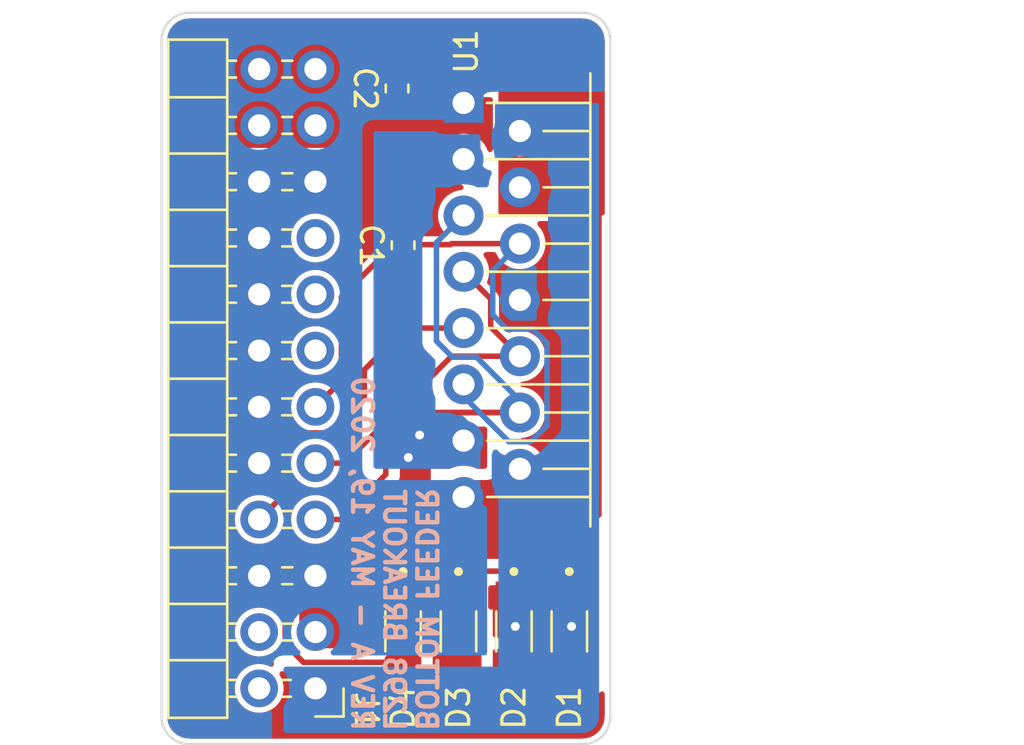
<source format=kicad_pcb>
(kicad_pcb (version 20200512) (host pcbnew "5.99.0-unknown-ad88874~101~ubuntu20.04.1")

  (general
    (thickness 1.6)
    (drawings 9)
    (tracks 68)
    (modules 8)
    (nets 14)
  )

  (paper "A4")
  (layers
    (0 "F.Cu" signal)
    (31 "B.Cu" signal)
    (32 "B.Adhes" user)
    (33 "F.Adhes" user)
    (34 "B.Paste" user)
    (35 "F.Paste" user)
    (36 "B.SilkS" user)
    (37 "F.SilkS" user)
    (38 "B.Mask" user)
    (39 "F.Mask" user)
    (40 "Dwgs.User" user)
    (41 "Cmts.User" user)
    (42 "Eco1.User" user)
    (43 "Eco2.User" user)
    (44 "Edge.Cuts" user)
    (45 "Margin" user)
    (46 "B.CrtYd" user)
    (47 "F.CrtYd" user)
    (48 "B.Fab" user)
    (49 "F.Fab" user)
  )

  (setup
    (last_trace_width 0.25)
    (trace_clearance 0.2)
    (zone_clearance 0.25)
    (zone_45_only no)
    (trace_min 0.2)
    (clearance_min 0)
    (via_min_annulus 0.05)
    (via_min_size 0.4)
    (through_hole_min 0.3)
    (via_size 0.8)
    (via_drill 0.4)
    (uvia_size 0.3)
    (uvia_drill 0.1)
    (uvias_allowed no)
    (uvia_min_size 0.2)
    (uvia_min_drill 0.1)
    (max_error 0.005)
    (defaults
      (edge_clearance 0.01)
      (edge_cuts_line_width 0.1)
      (courtyard_line_width 0.05)
      (copper_line_width 0.2)
      (copper_text_dims (size 1.5 1.5) (thickness 0.3))
      (silk_line_width 0.15)
      (silk_text_dims (size 1 1) (thickness 0.15))
      (fab_layers_line_width 0.1)
      (fab_layers_text_dims (size 1 1) (thickness 0.15))
      (other_layers_line_width 0.1)
      (other_layers_text_dims (size 1 1) (thickness 0.15))
      (dimension_units 0)
      (dimension_precision 1)
    )
    (pad_size 1.524 1.524)
    (pad_drill 0.762)
    (pad_to_mask_clearance 0)
    (aux_axis_origin 0 0)
    (visible_elements FFFFFF7F)
    (pcbplotparams
      (layerselection 0x010fc_ffffffff)
      (usegerberextensions false)
      (usegerberattributes false)
      (usegerberadvancedattributes false)
      (creategerberjobfile false)
      (svguseinch false)
      (svgprecision 6)
      (excludeedgelayer true)
      (linewidth 0.100000)
      (plotframeref false)
      (viasonmask false)
      (mode 1)
      (useauxorigin false)
      (hpglpennumber 1)
      (hpglpenspeed 20)
      (hpglpendiameter 15.000000)
      (psnegative false)
      (psa4output false)
      (plotreference true)
      (plotvalue true)
      (plotinvisibletext false)
      (sketchpadsonfab false)
      (subtractmaskfromsilk false)
      (outputformat 1)
      (mirror false)
      (drillshape 0)
      (scaleselection 1)
      (outputdirectory "gerbs/")
    )
  )

  (net 0 "")
  (net 1 "GND")
  (net 2 "+5V")
  (net 3 "+12V")
  (net 4 "/M1")
  (net 5 "/M2")
  (net 6 "/IN1")
  (net 7 "/IN2")
  (net 8 "/ENA")
  (net 9 "Net-(J1-Pad2)")
  (net 10 "Net-(J1-Pad4)")
  (net 11 "Net-(J1-Pad13)")
  (net 12 "Net-(J1-Pad15)")
  (net 13 "Net-(J1-Pad17)")

  (net_class "Default" "This is the default net class."
    (clearance 0.2)
    (trace_width 0.25)
    (via_dia 0.8)
    (via_drill 0.4)
    (uvia_dia 0.3)
    (uvia_drill 0.1)
    (add_net "+12V")
    (add_net "+5V")
    (add_net "/ENA")
    (add_net "/IN1")
    (add_net "/IN2")
    (add_net "/M1")
    (add_net "/M2")
    (add_net "GND")
    (add_net "Net-(J1-Pad13)")
    (add_net "Net-(J1-Pad15)")
    (add_net "Net-(J1-Pad17)")
    (add_net "Net-(J1-Pad2)")
    (add_net "Net-(J1-Pad4)")
  )

  (module "JBC_ST:TO-220-15_P2.54x2.54mm_StaggerOdd_Lead5.84mm_TabDown" (layer "F.Cu") (tedit 5EC48530) (tstamp 00000000-0000-0000-0000-00005eab739c)
    (at 113.378938 104.064 -90)
    (descr "TO-220-15, Horizontal, RM 1.27mm, staggered type-1, see http://www.st.com/resource/en/datasheet/l298.pdf")
    (tags "TO-220-15 Horizontal RM 1.27mm staggered type-1")
    (path "/00000000-0000-0000-0000-00005ea63b0e")
    (fp_text reference "U1" (at -2.314 -0.121062 -90) (layer "F.SilkS")
      (effects (font (size 1 1) (thickness 0.15)))
    )
    (fp_text value "L298HN" (at 8.89 1.9 90) (layer "F.Fab")
      (effects (font (size 1 1) (thickness 0.15)))
    )
    (fp_circle (center 8.89 -20.54) (end 10.74 -20.54) (layer "F.Fab") (width 0.1))
    (fp_line (start -1.21 -16.54) (end -1.21 -21.09) (layer "F.Fab") (width 0.1))
    (fp_line (start -1.21 -21.09) (end 1.041 -23.34) (layer "F.Fab") (width 0.1))
    (fp_line (start 1.041 -23.34) (end 16.74 -23.34) (layer "F.Fab") (width 0.1))
    (fp_line (start 16.74 -23.34) (end 18.99 -21.09) (layer "F.Fab") (width 0.1))
    (fp_line (start 18.99 -21.09) (end 18.99 -16.54) (layer "F.Fab") (width 0.1))
    (fp_line (start 18.99 -16.54) (end -1.21 -16.54) (layer "F.Fab") (width 0.1))
    (fp_line (start -1.21 -5.84) (end -1.21 -16.54) (layer "F.Fab") (width 0.1))
    (fp_line (start -1.21 -16.54) (end 18.99 -16.54) (layer "F.Fab") (width 0.1))
    (fp_line (start 18.99 -16.54) (end 18.99 -5.84) (layer "F.Fab") (width 0.1))
    (fp_line (start 18.99 -5.84) (end -1.21 -5.84) (layer "F.Fab") (width 0.1))
    (fp_line (start 0 -5.84) (end 0 0) (layer "F.Fab") (width 0.1))
    (fp_line (start 1.27 -5.84) (end 1.27 -2.54) (layer "F.Fab") (width 0.1))
    (fp_line (start 2.54 -5.84) (end 2.54 0) (layer "F.Fab") (width 0.1))
    (fp_line (start 3.81 -5.84) (end 3.81 -2.54) (layer "F.Fab") (width 0.1))
    (fp_line (start 5.08 -5.84) (end 5.08 0) (layer "F.Fab") (width 0.1))
    (fp_line (start 6.35 -5.84) (end 6.35 -2.54) (layer "F.Fab") (width 0.1))
    (fp_line (start 7.62 -5.84) (end 7.62 0) (layer "F.Fab") (width 0.1))
    (fp_line (start 8.89 -5.84) (end 8.89 -2.54) (layer "F.Fab") (width 0.1))
    (fp_line (start 10.16 -5.84) (end 10.16 0) (layer "F.Fab") (width 0.1))
    (fp_line (start 11.43 -5.84) (end 11.43 -2.54) (layer "F.Fab") (width 0.1))
    (fp_line (start 12.7 -5.84) (end 12.7 0) (layer "F.Fab") (width 0.1))
    (fp_line (start 13.97 -5.84) (end 13.97 -2.54) (layer "F.Fab") (width 0.1))
    (fp_line (start 15.24 -5.84) (end 15.24 0) (layer "F.Fab") (width 0.1))
    (fp_line (start 16.51 -5.84) (end 16.51 -2.54) (layer "F.Fab") (width 0.1))
    (fp_line (start 17.78 -5.84) (end 17.78 0) (layer "F.Fab") (width 0.1))
    (fp_line (start -1.33 -5.72) (end 19.11 -5.72) (layer "F.SilkS") (width 0.12))
    (fp_line (start 0 -5.72) (end 0 -1.05) (layer "F.SilkS") (width 0.12))
    (fp_line (start 1.27 -5.72) (end 1.27 -3.606) (layer "F.SilkS") (width 0.12))
    (fp_line (start 2.54 -5.72) (end 2.54 -1.065) (layer "F.SilkS") (width 0.12))
    (fp_line (start 3.81 -5.72) (end 3.81 -3.606) (layer "F.SilkS") (width 0.12))
    (fp_line (start 5.08 -5.72) (end 5.08 -1.065) (layer "F.SilkS") (width 0.12))
    (fp_line (start 6.35 -5.72) (end 6.35 -3.606) (layer "F.SilkS") (width 0.12))
    (fp_line (start 7.62 -5.72) (end 7.62 -1.065) (layer "F.SilkS") (width 0.12))
    (fp_line (start 8.89 -5.72) (end 8.89 -3.606) (layer "F.SilkS") (width 0.12))
    (fp_line (start 10.16 -5.72) (end 10.16 -1.065) (layer "F.SilkS") (width 0.12))
    (fp_line (start 11.43 -5.72) (end 11.43 -3.606) (layer "F.SilkS") (width 0.12))
    (fp_line (start 12.7 -5.72) (end 12.7 -1.065) (layer "F.SilkS") (width 0.12))
    (fp_line (start 13.97 -5.72) (end 13.97 -3.606) (layer "F.SilkS") (width 0.12))
    (fp_line (start 15.24 -5.72) (end 15.24 -1.065) (layer "F.SilkS") (width 0.12))
    (fp_line (start 16.51 -5.72) (end 16.51 -3.606) (layer "F.SilkS") (width 0.12))
    (fp_line (start 17.78 -5.72) (end 17.78 -1.065) (layer "F.SilkS") (width 0.12))
    (fp_line (start -1.46 -23.59) (end -1.46 1.15) (layer "F.CrtYd") (width 0.05))
    (fp_line (start -1.46 1.15) (end 19.25 1.15) (layer "F.CrtYd") (width 0.05))
    (fp_line (start 19.25 1.15) (end 19.25 -23.59) (layer "F.CrtYd") (width 0.05))
    (fp_line (start 19.25 -23.59) (end -1.46 -23.59) (layer "F.CrtYd") (width 0.05))
    (fp_text user "${REFERENCE}" (at 8.89 -24.46 90) (layer "F.Fab")
      (effects (font (size 1 1) (thickness 0.15)))
    )
    (pad "15" thru_hole oval (at 17.78 0 270) (size 1.8 1.8) (drill 1) (layers *.Cu *.Mask)
      (net 1 "GND") (pinfunction "SENSE_B") (tstamp 4145eb17-51be-48da-8b8c-dcfdf6254b56))
    (pad "14" thru_hole oval (at 16.51 -2.54 270) (size 1.8 1.8) (drill 1) (layers *.Cu *.Mask)
      (net 4 "/M1") (pinfunction "OUT4") (tstamp bea5dd8c-26ab-4c29-badf-d889cd5deb48))
    (pad "13" thru_hole oval (at 15.24 0 270) (size 1.8 1.8) (drill 1) (layers *.Cu *.Mask)
      (net 5 "/M2") (pinfunction "OUT3") (tstamp 7ac60ed9-2139-4044-910b-22d0c73bc79e))
    (pad "12" thru_hole oval (at 13.97 -2.54 270) (size 1.8 1.8) (drill 1) (layers *.Cu *.Mask)
      (net 6 "/IN1") (pinfunction "IN4") (tstamp 96ec3ac3-9634-486a-82ba-9f9422679b89))
    (pad "11" thru_hole oval (at 12.7 0 270) (size 1.8 1.8) (drill 1) (layers *.Cu *.Mask)
      (net 8 "/ENA") (pinfunction "EnB") (tstamp 70f4d344-50b5-4431-a0f9-1aba79599290))
    (pad "10" thru_hole oval (at 11.43 -2.54 270) (size 1.8 1.8) (drill 1) (layers *.Cu *.Mask)
      (net 7 "/IN2") (pinfunction "IN3") (tstamp 613b47ab-6948-431b-bce5-65942cc73b86))
    (pad "9" thru_hole oval (at 10.16 0 270) (size 1.8 1.8) (drill 1) (layers *.Cu *.Mask)
      (net 2 "+5V") (pinfunction "Vss") (tstamp c7f1921f-6849-44cc-a2eb-4c68d3a594e7))
    (pad "8" thru_hole oval (at 8.89 -2.54 270) (size 1.8 1.8) (drill 1) (layers *.Cu *.Mask)
      (net 1 "GND") (pinfunction "GND") (tstamp 1ea846b8-d809-4e03-8492-f45f2eabb3f4))
    (pad "7" thru_hole oval (at 7.62 0 270) (size 1.8 1.8) (drill 1) (layers *.Cu *.Mask)
      (net 7 "/IN2") (pinfunction "IN2") (tstamp f066b5c0-edd3-4a94-864b-d6784fb71459))
    (pad "6" thru_hole oval (at 6.35 -2.54 270) (size 1.8 1.8) (drill 1) (layers *.Cu *.Mask)
      (net 8 "/ENA") (pinfunction "EnA") (tstamp e6f2c422-f068-483f-83c6-73d1146dd95f))
    (pad "5" thru_hole oval (at 5.08 0 270) (size 1.8 1.8) (drill 1) (layers *.Cu *.Mask)
      (net 6 "/IN1") (pinfunction "IN1") (tstamp 6e1475fc-5648-41f3-8800-466151cf4869))
    (pad "4" thru_hole oval (at 3.81 -2.54 270) (size 1.8 1.8) (drill 1) (layers *.Cu *.Mask)
      (net 3 "+12V") (pinfunction "Vs") (tstamp 9115ec4c-e387-4882-a036-e70424d9634f))
    (pad "3" thru_hole oval (at 2.54 0 270) (size 1.8 1.8) (drill 1) (layers *.Cu *.Mask)
      (net 5 "/M2") (pinfunction "OUT2") (tstamp 5708f7a9-c806-4f39-9d9c-ea8062a313a2))
    (pad "2" thru_hole oval (at 1.27 -2.54 270) (size 1.8 1.8) (drill 1) (layers *.Cu *.Mask)
      (net 4 "/M1") (pinfunction "OUT1") (tstamp bcb555cc-47c5-4d0f-8238-c04e829e65ce))
    (pad "1" thru_hole rect (at 0 0 270) (size 1.8 1.8) (drill 1) (layers *.Cu *.Mask)
      (net 1 "GND") (pinfunction "SENSE_A") (tstamp b06a36d9-f07c-4334-8d86-81b92829acb9))
    (model "${KISYS3DMOD}/Package_TO_SOT_THT.3dshapes/TO-220-15_P2.54x2.54mm_StaggerOdd_Lead5.84mm_TabDown.wrl"
      (at (xyz 0 0 0))
      (scale (xyz 1 1 1))
      (rotate (xyz 0 0 0))
    )
  )

  (module "JBC_mechanical:PinHeader_2x12_P2.54mm_Horizontal" (layer "F.Cu") (tedit 5EBEBF45) (tstamp 00000000-0000-0000-0000-00005eacdaa1)
    (at 106.695 130.48 180)
    (descr "Through hole angled pin header, 2x12, 2.54mm pitch, 6mm pin length, double rows")
    (tags "Through hole angled pin header THT 2x12 2.54mm double row")
    (path "/00000000-0000-0000-0000-00005eb368db")
    (fp_text reference "J1" (at -2.305 -1.02 270 unlocked) (layer "F.SilkS")
      (effects (font (size 1 1) (thickness 0.15)))
    )
    (fp_text value "Conn_02x18_Odd_Even" (at 5.655 30.21 180) (layer "F.Fab")
      (effects (font (size 1 1) (thickness 0.15)))
    )
    (fp_line (start 4.675 -1.27) (end 6.58 -1.27) (layer "F.Fab") (width 0.1))
    (fp_line (start 6.58 -1.27) (end 6.58 29.21) (layer "F.Fab") (width 0.1))
    (fp_line (start 6.58 29.21) (end 4.04 29.21) (layer "F.Fab") (width 0.1))
    (fp_line (start 4.04 29.21) (end 4.04 -0.635) (layer "F.Fab") (width 0.1))
    (fp_line (start 4.04 -0.635) (end 4.675 -1.27) (layer "F.Fab") (width 0.1))
    (fp_line (start -0.32 -0.32) (end 4.04 -0.32) (layer "F.Fab") (width 0.1))
    (fp_line (start -0.32 -0.32) (end -0.32 0.32) (layer "F.Fab") (width 0.1))
    (fp_line (start -0.32 0.32) (end 4.04 0.32) (layer "F.Fab") (width 0.1))
    (fp_line (start -0.32 2.22) (end 4.04 2.22) (layer "F.Fab") (width 0.1))
    (fp_line (start -0.32 2.22) (end -0.32 2.86) (layer "F.Fab") (width 0.1))
    (fp_line (start -0.32 2.86) (end 4.04 2.86) (layer "F.Fab") (width 0.1))
    (fp_line (start -0.32 4.76) (end 4.04 4.76) (layer "F.Fab") (width 0.1))
    (fp_line (start -0.32 4.76) (end -0.32 5.4) (layer "F.Fab") (width 0.1))
    (fp_line (start -0.32 5.4) (end 4.04 5.4) (layer "F.Fab") (width 0.1))
    (fp_line (start -0.32 7.3) (end 4.04 7.3) (layer "F.Fab") (width 0.1))
    (fp_line (start -0.32 7.3) (end -0.32 7.94) (layer "F.Fab") (width 0.1))
    (fp_line (start -0.32 7.94) (end 4.04 7.94) (layer "F.Fab") (width 0.1))
    (fp_line (start -0.32 9.84) (end 4.04 9.84) (layer "F.Fab") (width 0.1))
    (fp_line (start -0.32 9.84) (end -0.32 10.48) (layer "F.Fab") (width 0.1))
    (fp_line (start -0.32 10.48) (end 4.04 10.48) (layer "F.Fab") (width 0.1))
    (fp_line (start -0.32 12.38) (end 4.04 12.38) (layer "F.Fab") (width 0.1))
    (fp_line (start -0.32 12.38) (end -0.32 13.02) (layer "F.Fab") (width 0.1))
    (fp_line (start -0.32 13.02) (end 4.04 13.02) (layer "F.Fab") (width 0.1))
    (fp_line (start -0.32 14.92) (end 4.04 14.92) (layer "F.Fab") (width 0.1))
    (fp_line (start -0.32 14.92) (end -0.32 15.56) (layer "F.Fab") (width 0.1))
    (fp_line (start -0.32 15.56) (end 4.04 15.56) (layer "F.Fab") (width 0.1))
    (fp_line (start -0.32 17.46) (end 4.04 17.46) (layer "F.Fab") (width 0.1))
    (fp_line (start -0.32 17.46) (end -0.32 18.1) (layer "F.Fab") (width 0.1))
    (fp_line (start -0.32 18.1) (end 4.04 18.1) (layer "F.Fab") (width 0.1))
    (fp_line (start -0.32 20) (end 4.04 20) (layer "F.Fab") (width 0.1))
    (fp_line (start -0.32 20) (end -0.32 20.64) (layer "F.Fab") (width 0.1))
    (fp_line (start -0.32 20.64) (end 4.04 20.64) (layer "F.Fab") (width 0.1))
    (fp_line (start -0.32 22.54) (end 4.04 22.54) (layer "F.Fab") (width 0.1))
    (fp_line (start -0.32 22.54) (end -0.32 23.18) (layer "F.Fab") (width 0.1))
    (fp_line (start -0.32 23.18) (end 4.04 23.18) (layer "F.Fab") (width 0.1))
    (fp_line (start -0.32 25.08) (end 4.04 25.08) (layer "F.Fab") (width 0.1))
    (fp_line (start -0.32 25.08) (end -0.32 25.72) (layer "F.Fab") (width 0.1))
    (fp_line (start -0.32 25.72) (end 4.04 25.72) (layer "F.Fab") (width 0.1))
    (fp_line (start -0.32 27.62) (end 4.04 27.62) (layer "F.Fab") (width 0.1))
    (fp_line (start -0.32 27.62) (end -0.32 28.26) (layer "F.Fab") (width 0.1))
    (fp_line (start -0.32 28.26) (end 4.04 28.26) (layer "F.Fab") (width 0.1))
    (fp_line (start 3.98 -1.33) (end 3.98 29.27) (layer "F.SilkS") (width 0.12))
    (fp_line (start 3.98 29.27) (end 6.64 29.27) (layer "F.SilkS") (width 0.12))
    (fp_line (start 6.64 29.27) (end 6.64 -1.33) (layer "F.SilkS") (width 0.12))
    (fp_line (start 6.64 -1.33) (end 3.98 -1.33) (layer "F.SilkS") (width 0.12))
    (fp_line (start 3.582929 -0.38) (end 3.98 -0.38) (layer "F.SilkS") (width 0.12))
    (fp_line (start 3.582929 0.38) (end 3.98 0.38) (layer "F.SilkS") (width 0.12))
    (fp_line (start 1.11 -0.38) (end 1.497071 -0.38) (layer "F.SilkS") (width 0.12))
    (fp_line (start 1.11 0.38) (end 1.497071 0.38) (layer "F.SilkS") (width 0.12))
    (fp_line (start 3.98 1.27) (end 6.64 1.27) (layer "F.SilkS") (width 0.12))
    (fp_line (start 3.582929 2.16) (end 3.98 2.16) (layer "F.SilkS") (width 0.12))
    (fp_line (start 3.582929 2.92) (end 3.98 2.92) (layer "F.SilkS") (width 0.12))
    (fp_line (start 1.042929 2.16) (end 1.497071 2.16) (layer "F.SilkS") (width 0.12))
    (fp_line (start 1.042929 2.92) (end 1.497071 2.92) (layer "F.SilkS") (width 0.12))
    (fp_line (start 3.98 3.81) (end 6.64 3.81) (layer "F.SilkS") (width 0.12))
    (fp_line (start 3.582929 4.7) (end 3.98 4.7) (layer "F.SilkS") (width 0.12))
    (fp_line (start 3.582929 5.46) (end 3.98 5.46) (layer "F.SilkS") (width 0.12))
    (fp_line (start 1.042929 4.7) (end 1.497071 4.7) (layer "F.SilkS") (width 0.12))
    (fp_line (start 1.042929 5.46) (end 1.497071 5.46) (layer "F.SilkS") (width 0.12))
    (fp_line (start 3.98 6.35) (end 6.64 6.35) (layer "F.SilkS") (width 0.12))
    (fp_line (start 3.582929 7.24) (end 3.98 7.24) (layer "F.SilkS") (width 0.12))
    (fp_line (start 3.582929 8) (end 3.98 8) (layer "F.SilkS") (width 0.12))
    (fp_line (start 1.042929 7.24) (end 1.497071 7.24) (layer "F.SilkS") (width 0.12))
    (fp_line (start 1.042929 8) (end 1.497071 8) (layer "F.SilkS") (width 0.12))
    (fp_line (start 3.98 8.89) (end 6.64 8.89) (layer "F.SilkS") (width 0.12))
    (fp_line (start 3.582929 9.78) (end 3.98 9.78) (layer "F.SilkS") (width 0.12))
    (fp_line (start 3.582929 10.54) (end 3.98 10.54) (layer "F.SilkS") (width 0.12))
    (fp_line (start 1.042929 9.78) (end 1.497071 9.78) (layer "F.SilkS") (width 0.12))
    (fp_line (start 1.042929 10.54) (end 1.497071 10.54) (layer "F.SilkS") (width 0.12))
    (fp_line (start 3.98 11.43) (end 6.64 11.43) (layer "F.SilkS") (width 0.12))
    (fp_line (start 3.582929 12.32) (end 3.98 12.32) (layer "F.SilkS") (width 0.12))
    (fp_line (start 3.582929 13.08) (end 3.98 13.08) (layer "F.SilkS") (width 0.12))
    (fp_line (start 1.042929 12.32) (end 1.497071 12.32) (layer "F.SilkS") (width 0.12))
    (fp_line (start 1.042929 13.08) (end 1.497071 13.08) (layer "F.SilkS") (width 0.12))
    (fp_line (start 3.98 13.97) (end 6.64 13.97) (layer "F.SilkS") (width 0.12))
    (fp_line (start 3.582929 14.86) (end 3.98 14.86) (layer "F.SilkS") (width 0.12))
    (fp_line (start 3.582929 15.62) (end 3.98 15.62) (layer "F.SilkS") (width 0.12))
    (fp_line (start 1.042929 14.86) (end 1.497071 14.86) (layer "F.SilkS") (width 0.12))
    (fp_line (start 1.042929 15.62) (end 1.497071 15.62) (layer "F.SilkS") (width 0.12))
    (fp_line (start 3.98 16.51) (end 6.64 16.51) (layer "F.SilkS") (width 0.12))
    (fp_line (start 3.582929 17.4) (end 3.98 17.4) (layer "F.SilkS") (width 0.12))
    (fp_line (start 3.582929 18.16) (end 3.98 18.16) (layer "F.SilkS") (width 0.12))
    (fp_line (start 1.042929 17.4) (end 1.497071 17.4) (layer "F.SilkS") (width 0.12))
    (fp_line (start 1.042929 18.16) (end 1.497071 18.16) (layer "F.SilkS") (width 0.12))
    (fp_line (start 3.98 19.05) (end 6.64 19.05) (layer "F.SilkS") (width 0.12))
    (fp_line (start 3.582929 19.94) (end 3.98 19.94) (layer "F.SilkS") (width 0.12))
    (fp_line (start 3.582929 20.7) (end 3.98 20.7) (layer "F.SilkS") (width 0.12))
    (fp_line (start 1.042929 19.94) (end 1.497071 19.94) (layer "F.SilkS") (width 0.12))
    (fp_line (start 1.042929 20.7) (end 1.497071 20.7) (layer "F.SilkS") (width 0.12))
    (fp_line (start 3.98 21.59) (end 6.64 21.59) (layer "F.SilkS") (width 0.12))
    (fp_line (start 3.582929 22.48) (end 3.98 22.48) (layer "F.SilkS") (width 0.12))
    (fp_line (start 3.582929 23.24) (end 3.98 23.24) (layer "F.SilkS") (width 0.12))
    (fp_line (start 1.042929 22.48) (end 1.497071 22.48) (layer "F.SilkS") (width 0.12))
    (fp_line (start 1.042929 23.24) (end 1.497071 23.24) (layer "F.SilkS") (width 0.12))
    (fp_line (start 3.98 24.13) (end 6.64 24.13) (layer "F.SilkS") (width 0.12))
    (fp_line (start 3.582929 25.02) (end 3.98 25.02) (layer "F.SilkS") (width 0.12))
    (fp_line (start 3.582929 25.78) (end 3.98 25.78) (layer "F.SilkS") (width 0.12))
    (fp_line (start 1.042929 25.02) (end 1.497071 25.02) (layer "F.SilkS") (width 0.12))
    (fp_line (start 1.042929 25.78) (end 1.497071 25.78) (layer "F.SilkS") (width 0.12))
    (fp_line (start 3.98 26.67) (end 6.64 26.67) (layer "F.SilkS") (width 0.12))
    (fp_line (start 3.582929 27.56) (end 3.98 27.56) (layer "F.SilkS") (width 0.12))
    (fp_line (start 3.582929 28.32) (end 3.98 28.32) (layer "F.SilkS") (width 0.12))
    (fp_line (start 1.042929 27.56) (end 1.497071 27.56) (layer "F.SilkS") (width 0.12))
    (fp_line (start 1.042929 28.32) (end 1.497071 28.32) (layer "F.SilkS") (width 0.12))
    (fp_line (start -1.27 0) (end -1.27 -1.27) (layer "F.SilkS") (width 0.12))
    (fp_line (start -1.27 -1.27) (end 0 -1.27) (layer "F.SilkS") (width 0.12))
    (fp_line (start -1.8 -1.8) (end -1.8 29.75) (layer "F.CrtYd") (width 0.05))
    (fp_line (start -1.8 29.75) (end 13.1 29.75) (layer "F.CrtYd") (width 0.05))
    (fp_line (start 13.1 29.75) (end 13.1 -1.8) (layer "F.CrtYd") (width 0.05))
    (fp_line (start 13.1 -1.8) (end -1.8 -1.8) (layer "F.CrtYd") (width 0.05))
    (fp_text user "${REFERENCE}" (at 5.31 13.97 270) (layer "F.Fab")
      (effects (font (size 1 1) (thickness 0.15)))
    )
    (pad "1" thru_hole rect (at 0 0 180) (size 1.7 1.7) (drill 1) (layers *.Cu *.Mask)
      (net 4 "/M1") (pinfunction "Pin_1") (tstamp 23428d9d-6697-4179-a0b5-a7b482c57347))
    (pad "2" thru_hole oval (at 2.54 0 180) (size 1.7 1.7) (drill 1) (layers *.Cu *.Mask)
      (net 9 "Net-(J1-Pad2)") (pinfunction "Pin_2") (tstamp bb85e290-4380-45e7-9ae5-25bb303170e9))
    (pad "3" thru_hole oval (at 0 2.54 180) (size 1.7 1.7) (drill 1) (layers *.Cu *.Mask)
      (net 5 "/M2") (pinfunction "Pin_3") (tstamp 12f954c4-c7b1-491b-b489-919603f92cb7))
    (pad "4" thru_hole oval (at 2.54 2.54 180) (size 1.7 1.7) (drill 1) (layers *.Cu *.Mask)
      (net 10 "Net-(J1-Pad4)") (pinfunction "Pin_4") (tstamp 1099d100-1a65-43c7-8ef7-f397d8f13875))
    (pad "5" thru_hole oval (at 0 5.08 180) (size 1.7 1.7) (drill 1) (layers *.Cu *.Mask)
      (net 1 "GND") (pinfunction "Pin_5") (tstamp 7984de6c-48ea-4d31-9e62-5408d83ee5a7))
    (pad "6" thru_hole oval (at 2.54 5.08 180) (size 1.7 1.7) (drill 1) (layers *.Cu *.Mask)
      (net 1 "GND") (pinfunction "Pin_6") (tstamp ae31e954-a330-40c5-9c12-2d5cf22b42ce))
    (pad "7" thru_hole oval (at 0 7.62 180) (size 1.7 1.7) (drill 1) (layers *.Cu *.Mask)
      (net 6 "/IN1") (pinfunction "Pin_7") (tstamp 68e1721d-b50a-493d-be93-a63ee04b3b4c))
    (pad "8" thru_hole oval (at 2.54 7.62 180) (size 1.7 1.7) (drill 1) (layers *.Cu *.Mask)
      (net 2 "+5V") (pinfunction "Pin_8") (tstamp e964e8a5-9258-49d9-9d10-b66028ebdad5))
    (pad "9" thru_hole oval (at 0 10.16 180) (size 1.7 1.7) (drill 1) (layers *.Cu *.Mask)
      (net 7 "/IN2") (pinfunction "Pin_9") (tstamp 6c3b1be3-d2f5-4912-b4c9-c71882e127c9))
    (pad "10" thru_hole oval (at 2.54 10.16 180) (size 1.7 1.7) (drill 1) (layers *.Cu *.Mask)
      (net 1 "GND") (pinfunction "Pin_10") (tstamp 81db08b7-b496-44a1-8bcd-194ffed445e2))
    (pad "11" thru_hole oval (at 0 12.7 180) (size 1.7 1.7) (drill 1) (layers *.Cu *.Mask)
      (net 8 "/ENA") (pinfunction "Pin_11") (tstamp 1d7a7698-5631-4748-9a21-c1818f60b6ab))
    (pad "12" thru_hole oval (at 2.54 12.7 180) (size 1.7 1.7) (drill 1) (layers *.Cu *.Mask)
      (net 1 "GND") (pinfunction "Pin_12") (tstamp 7705e87c-c787-40ad-b16d-6a4e26d1c609))
    (pad "13" thru_hole oval (at 0 15.24 180) (size 1.7 1.7) (drill 1) (layers *.Cu *.Mask)
      (net 11 "Net-(J1-Pad13)") (pinfunction "Pin_13") (tstamp 8f66d6e6-78fa-44f4-b70c-b187b3569bc6))
    (pad "14" thru_hole oval (at 2.54 15.24 180) (size 1.7 1.7) (drill 1) (layers *.Cu *.Mask)
      (net 1 "GND") (pinfunction "Pin_14") (tstamp 0a374f1d-641b-41e3-a2b9-d5f371bcd650))
    (pad "15" thru_hole oval (at 0 17.78 180) (size 1.7 1.7) (drill 1) (layers *.Cu *.Mask)
      (net 12 "Net-(J1-Pad15)") (pinfunction "Pin_15") (tstamp 859f1d55-f02e-442f-86b9-43ed20e8a607))
    (pad "16" thru_hole oval (at 2.54 17.78 180) (size 1.7 1.7) (drill 1) (layers *.Cu *.Mask)
      (net 1 "GND") (pinfunction "Pin_16") (tstamp da2d3c38-d492-4313-8851-d57f0a6bb6f4))
    (pad "17" thru_hole oval (at 0 20.32 180) (size 1.7 1.7) (drill 1) (layers *.Cu *.Mask)
      (net 13 "Net-(J1-Pad17)") (pinfunction "Pin_17") (tstamp 684e11e9-5cc2-4ea3-9b10-0e49fbd3347b))
    (pad "18" thru_hole oval (at 2.54 20.32 180) (size 1.7 1.7) (drill 1) (layers *.Cu *.Mask)
      (net 1 "GND") (pinfunction "Pin_18") (tstamp 3e6c1ede-7fdd-4ff7-a7bb-2bad721e94ca))
    (pad "19" thru_hole oval (at 0 22.86 180) (size 1.7 1.7) (drill 1) (layers *.Cu *.Mask)
      (net 1 "GND") (pinfunction "Pin_19") (tstamp feaeeeee-5c4f-4255-814a-3e45a4f15afe))
    (pad "20" thru_hole oval (at 2.54 22.86 180) (size 1.7 1.7) (drill 1) (layers *.Cu *.Mask)
      (net 1 "GND") (pinfunction "Pin_20") (tstamp a711e19c-0ffe-49e3-b5ec-eaee3860a8d6))
    (pad "21" thru_hole oval (at 0 25.4 180) (size 1.7 1.7) (drill 1) (layers *.Cu *.Mask)
      (net 3 "+12V") (pinfunction "Pin_21") (tstamp e32bda90-06b4-4f28-8ef1-825fde21ae10))
    (pad "22" thru_hole oval (at 2.54 25.4 180) (size 1.7 1.7) (drill 1) (layers *.Cu *.Mask)
      (net 3 "+12V") (pinfunction "Pin_22") (tstamp 32ece5be-e05a-403e-ba5d-819941469779))
    (pad "23" thru_hole oval (at 0 27.94 180) (size 1.7 1.7) (drill 1) (layers *.Cu *.Mask)
      (net 3 "+12V") (pinfunction "Pin_23") (tstamp 43a0cb23-56fc-462f-8c5c-8c5b74134a23))
    (pad "24" thru_hole oval (at 2.54 27.94 180) (size 1.7 1.7) (drill 1) (layers *.Cu *.Mask)
      (net 3 "+12V") (pinfunction "Pin_24") (tstamp 7ec38ee6-0412-414e-af16-3f600978ec42))
    (model "${KISYS3DMOD}/Connector_PinHeader_2.54mm.3dshapes/PinHeader_2x12_P2.54mm_Horizontal.wrl"
      (at (xyz 0 0 0))
      (scale (xyz 1 1 1))
      (rotate (xyz 0 0 0))
    )
  )

  (module "JBC_diodes:D_SOD-80" (layer "F.Cu") (tedit 5EC09024) (tstamp 80aa714f-91ee-4992-b7bd-19e93abfbe82)
    (at 110.65 127.91 -90)
    (descr "SOD-110")
    (tags "SOD-110")
    (path "/00000000-0000-0000-0000-00005eb51e94")
    (attr smd)
    (fp_text reference "D4" (at 3.45 0 -90) (layer "F.SilkS")
      (effects (font (size 1 1) (thickness 0.15)))
    )
    (fp_text value "1N4148" (at 0 1.8 -90) (layer "F.Fab")
      (effects (font (size 1 1) (thickness 0.15)))
    )
    (fp_line (start -0.9 0.8) (end 0.9 0.8) (layer "F.SilkS") (width 0.12))
    (fp_circle (center -2.7 0) (end -2.6 0) (layer "F.SilkS") (width 0.2))
    (fp_line (start 2.4 -1) (end -2.4 -1) (layer "F.CrtYd") (width 0.05))
    (fp_text user "${REFERENCE}" (at 0 -1.7 -90) (layer "F.Fab")
      (effects (font (size 1 1) (thickness 0.15)))
    )
    (fp_line (start 0.1 0) (end 0.25 0) (layer "F.Fab") (width 0.1))
    (fp_line (start 0.1 -0.2) (end -0.2 0) (layer "F.Fab") (width 0.1))
    (fp_line (start 0.1 0.2) (end 0.1 -0.2) (layer "F.Fab") (width 0.1))
    (fp_line (start -0.2 0) (end 0.1 0.2) (layer "F.Fab") (width 0.1))
    (fp_line (start -0.2 0) (end -0.35 0) (layer "F.Fab") (width 0.1))
    (fp_line (start -0.2 0.2) (end -0.2 -0.2) (layer "F.Fab") (width 0.1))
    (fp_line (start 1.05 -0.7) (end -1.05 -0.7) (layer "F.Fab") (width 0.1))
    (fp_line (start 1.05 0.7) (end 1.05 -0.7) (layer "F.Fab") (width 0.1))
    (fp_line (start -1.05 0.7) (end 1.05 0.7) (layer "F.Fab") (width 0.1))
    (fp_line (start -1.05 -0.7) (end -1.05 0.7) (layer "F.Fab") (width 0.1))
    (fp_line (start 2.4 -1) (end 2.4 1) (layer "F.CrtYd") (width 0.05))
    (fp_line (start 2.4 1) (end -2.4 1) (layer "F.CrtYd") (width 0.05))
    (fp_line (start -2.4 -1) (end -2.4 1) (layer "F.CrtYd") (width 0.05))
    (fp_line (start -0.9 -0.8) (end 0.9 -0.8) (layer "F.SilkS") (width 0.12))
    (pad "2" smd custom (at 1.95 0 270) (size 0.6 0.5) (layers "F.Cu" "F.Paste" "F.Mask")
      (net 1 "GND") (pinfunction "A")
      (options (clearance outline) (anchor rect))
      (primitives
        (gr_poly (pts
           (xy -0.3 0.25) (xy -0.8 0.25) (xy -0.8 0.825) (xy 0.3 0.825) (xy 0.3 -0.825)
           (xy -0.8 -0.825) (xy -0.8 -0.25) (xy -0.3 -0.25)) (width 0))
      ) (tstamp 07f2e5ae-5fa1-41f7-8e5a-cc991034d9de))
    (pad "1" smd custom (at -1.95 0 90) (size 0.6 0.5) (layers "F.Cu" "F.Paste" "F.Mask")
      (net 5 "/M2") (pinfunction "K")
      (options (clearance outline) (anchor rect))
      (primitives
        (gr_poly (pts
           (xy -0.3 0.25) (xy -0.8 0.25) (xy -0.8 0.825) (xy 0.3 0.825) (xy 0.3 -0.825)
           (xy -0.8 -0.825) (xy -0.8 -0.25) (xy -0.3 -0.25)) (width 0))
      ) (tstamp eb849421-39f0-4369-b684-3b1d1bd3c4ec))
    (model "${KISYS3DMOD}/Diode_SMD.3dshapes/D_SOD-110.wrl"
      (at (xyz 0 0 0))
      (scale (xyz 1 1 1))
      (rotate (xyz 0 0 0))
    )
  )

  (module "JBC_diodes:D_SOD-80" (layer "F.Cu") (tedit 5EC09024) (tstamp ff4d3fc5-f071-4b21-816f-242957294097)
    (at 113.15 127.91 -90)
    (descr "SOD-110")
    (tags "SOD-110")
    (path "/00000000-0000-0000-0000-00005eb4e78c")
    (attr smd)
    (fp_text reference "D3" (at 3.45 0 -90) (layer "F.SilkS")
      (effects (font (size 1 1) (thickness 0.15)))
    )
    (fp_text value "1N4148" (at 0 1.8 -90) (layer "F.Fab")
      (effects (font (size 1 1) (thickness 0.15)))
    )
    (fp_line (start -0.9 0.8) (end 0.9 0.8) (layer "F.SilkS") (width 0.12))
    (fp_circle (center -2.7 0) (end -2.6 0) (layer "F.SilkS") (width 0.2))
    (fp_line (start 2.4 -1) (end -2.4 -1) (layer "F.CrtYd") (width 0.05))
    (fp_text user "${REFERENCE}" (at 0 -1.7 -90) (layer "F.Fab")
      (effects (font (size 1 1) (thickness 0.15)))
    )
    (fp_line (start 0.1 0) (end 0.25 0) (layer "F.Fab") (width 0.1))
    (fp_line (start 0.1 -0.2) (end -0.2 0) (layer "F.Fab") (width 0.1))
    (fp_line (start 0.1 0.2) (end 0.1 -0.2) (layer "F.Fab") (width 0.1))
    (fp_line (start -0.2 0) (end 0.1 0.2) (layer "F.Fab") (width 0.1))
    (fp_line (start -0.2 0) (end -0.35 0) (layer "F.Fab") (width 0.1))
    (fp_line (start -0.2 0.2) (end -0.2 -0.2) (layer "F.Fab") (width 0.1))
    (fp_line (start 1.05 -0.7) (end -1.05 -0.7) (layer "F.Fab") (width 0.1))
    (fp_line (start 1.05 0.7) (end 1.05 -0.7) (layer "F.Fab") (width 0.1))
    (fp_line (start -1.05 0.7) (end 1.05 0.7) (layer "F.Fab") (width 0.1))
    (fp_line (start -1.05 -0.7) (end -1.05 0.7) (layer "F.Fab") (width 0.1))
    (fp_line (start 2.4 -1) (end 2.4 1) (layer "F.CrtYd") (width 0.05))
    (fp_line (start 2.4 1) (end -2.4 1) (layer "F.CrtYd") (width 0.05))
    (fp_line (start -2.4 -1) (end -2.4 1) (layer "F.CrtYd") (width 0.05))
    (fp_line (start -0.9 -0.8) (end 0.9 -0.8) (layer "F.SilkS") (width 0.12))
    (pad "2" smd custom (at 1.95 0 270) (size 0.6 0.5) (layers "F.Cu" "F.Paste" "F.Mask")
      (net 5 "/M2") (pinfunction "A")
      (options (clearance outline) (anchor rect))
      (primitives
        (gr_poly (pts
           (xy -0.3 0.25) (xy -0.8 0.25) (xy -0.8 0.825) (xy 0.3 0.825) (xy 0.3 -0.825)
           (xy -0.8 -0.825) (xy -0.8 -0.25) (xy -0.3 -0.25)) (width 0))
      ) (tstamp 07f2e5ae-5fa1-41f7-8e5a-cc991034d9de))
    (pad "1" smd custom (at -1.95 0 90) (size 0.6 0.5) (layers "F.Cu" "F.Paste" "F.Mask")
      (net 3 "+12V") (pinfunction "K")
      (options (clearance outline) (anchor rect))
      (primitives
        (gr_poly (pts
           (xy -0.3 0.25) (xy -0.8 0.25) (xy -0.8 0.825) (xy 0.3 0.825) (xy 0.3 -0.825)
           (xy -0.8 -0.825) (xy -0.8 -0.25) (xy -0.3 -0.25)) (width 0))
      ) (tstamp eb849421-39f0-4369-b684-3b1d1bd3c4ec))
    (model "${KISYS3DMOD}/Diode_SMD.3dshapes/D_SOD-110.wrl"
      (at (xyz 0 0 0))
      (scale (xyz 1 1 1))
      (rotate (xyz 0 0 0))
    )
  )

  (module "JBC_diodes:D_SOD-80" (layer "F.Cu") (tedit 5EC09024) (tstamp 80797258-84e5-4755-b84c-890bd84d82a4)
    (at 115.65 127.91 -90)
    (descr "SOD-110")
    (tags "SOD-110")
    (path "/00000000-0000-0000-0000-00005eb51e86")
    (attr smd)
    (fp_text reference "D2" (at 3.45 0 -90) (layer "F.SilkS")
      (effects (font (size 1 1) (thickness 0.15)))
    )
    (fp_text value "1N4148" (at 0 1.8 -90) (layer "F.Fab")
      (effects (font (size 1 1) (thickness 0.15)))
    )
    (fp_line (start -0.9 0.8) (end 0.9 0.8) (layer "F.SilkS") (width 0.12))
    (fp_circle (center -2.7 0) (end -2.6 0) (layer "F.SilkS") (width 0.2))
    (fp_line (start 2.4 -1) (end -2.4 -1) (layer "F.CrtYd") (width 0.05))
    (fp_text user "${REFERENCE}" (at 0 -1.7 -90) (layer "F.Fab")
      (effects (font (size 1 1) (thickness 0.15)))
    )
    (fp_line (start 0.1 0) (end 0.25 0) (layer "F.Fab") (width 0.1))
    (fp_line (start 0.1 -0.2) (end -0.2 0) (layer "F.Fab") (width 0.1))
    (fp_line (start 0.1 0.2) (end 0.1 -0.2) (layer "F.Fab") (width 0.1))
    (fp_line (start -0.2 0) (end 0.1 0.2) (layer "F.Fab") (width 0.1))
    (fp_line (start -0.2 0) (end -0.35 0) (layer "F.Fab") (width 0.1))
    (fp_line (start -0.2 0.2) (end -0.2 -0.2) (layer "F.Fab") (width 0.1))
    (fp_line (start 1.05 -0.7) (end -1.05 -0.7) (layer "F.Fab") (width 0.1))
    (fp_line (start 1.05 0.7) (end 1.05 -0.7) (layer "F.Fab") (width 0.1))
    (fp_line (start -1.05 0.7) (end 1.05 0.7) (layer "F.Fab") (width 0.1))
    (fp_line (start -1.05 -0.7) (end -1.05 0.7) (layer "F.Fab") (width 0.1))
    (fp_line (start 2.4 -1) (end 2.4 1) (layer "F.CrtYd") (width 0.05))
    (fp_line (start 2.4 1) (end -2.4 1) (layer "F.CrtYd") (width 0.05))
    (fp_line (start -2.4 -1) (end -2.4 1) (layer "F.CrtYd") (width 0.05))
    (fp_line (start -0.9 -0.8) (end 0.9 -0.8) (layer "F.SilkS") (width 0.12))
    (pad "2" smd custom (at 1.95 0 270) (size 0.6 0.5) (layers "F.Cu" "F.Paste" "F.Mask")
      (net 1 "GND") (pinfunction "A")
      (options (clearance outline) (anchor rect))
      (primitives
        (gr_poly (pts
           (xy -0.3 0.25) (xy -0.8 0.25) (xy -0.8 0.825) (xy 0.3 0.825) (xy 0.3 -0.825)
           (xy -0.8 -0.825) (xy -0.8 -0.25) (xy -0.3 -0.25)) (width 0))
      ) (tstamp 07f2e5ae-5fa1-41f7-8e5a-cc991034d9de))
    (pad "1" smd custom (at -1.95 0 90) (size 0.6 0.5) (layers "F.Cu" "F.Paste" "F.Mask")
      (net 4 "/M1") (pinfunction "K")
      (options (clearance outline) (anchor rect))
      (primitives
        (gr_poly (pts
           (xy -0.3 0.25) (xy -0.8 0.25) (xy -0.8 0.825) (xy 0.3 0.825) (xy 0.3 -0.825)
           (xy -0.8 -0.825) (xy -0.8 -0.25) (xy -0.3 -0.25)) (width 0))
      ) (tstamp eb849421-39f0-4369-b684-3b1d1bd3c4ec))
    (model "${KISYS3DMOD}/Diode_SMD.3dshapes/D_SOD-110.wrl"
      (at (xyz 0 0 0))
      (scale (xyz 1 1 1))
      (rotate (xyz 0 0 0))
    )
  )

  (module "JBC_diodes:D_SOD-80" (layer "F.Cu") (tedit 5EC09024) (tstamp 1fe37b4f-a9eb-4651-abed-0505006f5399)
    (at 118.15 127.91 -90)
    (descr "SOD-110")
    (tags "SOD-110")
    (path "/00000000-0000-0000-0000-00005eb4ddf0")
    (attr smd)
    (fp_text reference "D1" (at 3.45 0 -90) (layer "F.SilkS")
      (effects (font (size 1 1) (thickness 0.15)))
    )
    (fp_text value "1N4148" (at 0 1.8 -90) (layer "F.Fab")
      (effects (font (size 1 1) (thickness 0.15)))
    )
    (fp_line (start -0.9 0.8) (end 0.9 0.8) (layer "F.SilkS") (width 0.12))
    (fp_circle (center -2.7 0) (end -2.6 0) (layer "F.SilkS") (width 0.2))
    (fp_line (start 2.4 -1) (end -2.4 -1) (layer "F.CrtYd") (width 0.05))
    (fp_text user "${REFERENCE}" (at 0 -1.7 -90) (layer "F.Fab")
      (effects (font (size 1 1) (thickness 0.15)))
    )
    (fp_line (start 0.1 0) (end 0.25 0) (layer "F.Fab") (width 0.1))
    (fp_line (start 0.1 -0.2) (end -0.2 0) (layer "F.Fab") (width 0.1))
    (fp_line (start 0.1 0.2) (end 0.1 -0.2) (layer "F.Fab") (width 0.1))
    (fp_line (start -0.2 0) (end 0.1 0.2) (layer "F.Fab") (width 0.1))
    (fp_line (start -0.2 0) (end -0.35 0) (layer "F.Fab") (width 0.1))
    (fp_line (start -0.2 0.2) (end -0.2 -0.2) (layer "F.Fab") (width 0.1))
    (fp_line (start 1.05 -0.7) (end -1.05 -0.7) (layer "F.Fab") (width 0.1))
    (fp_line (start 1.05 0.7) (end 1.05 -0.7) (layer "F.Fab") (width 0.1))
    (fp_line (start -1.05 0.7) (end 1.05 0.7) (layer "F.Fab") (width 0.1))
    (fp_line (start -1.05 -0.7) (end -1.05 0.7) (layer "F.Fab") (width 0.1))
    (fp_line (start 2.4 -1) (end 2.4 1) (layer "F.CrtYd") (width 0.05))
    (fp_line (start 2.4 1) (end -2.4 1) (layer "F.CrtYd") (width 0.05))
    (fp_line (start -2.4 -1) (end -2.4 1) (layer "F.CrtYd") (width 0.05))
    (fp_line (start -0.9 -0.8) (end 0.9 -0.8) (layer "F.SilkS") (width 0.12))
    (pad "2" smd custom (at 1.95 0 270) (size 0.6 0.5) (layers "F.Cu" "F.Paste" "F.Mask")
      (net 4 "/M1") (pinfunction "A")
      (options (clearance outline) (anchor rect))
      (primitives
        (gr_poly (pts
           (xy -0.3 0.25) (xy -0.8 0.25) (xy -0.8 0.825) (xy 0.3 0.825) (xy 0.3 -0.825)
           (xy -0.8 -0.825) (xy -0.8 -0.25) (xy -0.3 -0.25)) (width 0))
      ) (tstamp 07f2e5ae-5fa1-41f7-8e5a-cc991034d9de))
    (pad "1" smd custom (at -1.95 0 90) (size 0.6 0.5) (layers "F.Cu" "F.Paste" "F.Mask")
      (net 3 "+12V") (pinfunction "K")
      (options (clearance outline) (anchor rect))
      (primitives
        (gr_poly (pts
           (xy -0.3 0.25) (xy -0.8 0.25) (xy -0.8 0.825) (xy 0.3 0.825) (xy 0.3 -0.825)
           (xy -0.8 -0.825) (xy -0.8 -0.25) (xy -0.3 -0.25)) (width 0))
      ) (tstamp eb849421-39f0-4369-b684-3b1d1bd3c4ec))
    (model "${KISYS3DMOD}/Diode_SMD.3dshapes/D_SOD-110.wrl"
      (at (xyz 0 0 0))
      (scale (xyz 1 1 1))
      (rotate (xyz 0 0 0))
    )
  )

  (module "Capacitor_SMD:C_0603_1608Metric_Pad1.05x0.95mm_HandSolder" (layer "F.Cu") (tedit 5B301BBE) (tstamp 00000000-0000-0000-0000-00005eab719d)
    (at 110.378 103.415 90)
    (descr "Capacitor SMD 0603 (1608 Metric), square (rectangular) end terminal, IPC_7351 nominal with elongated pad for handsoldering. (Body size source: http://www.tortai-tech.com/upload/download/2011102023233369053.pdf), generated with kicad-footprint-generator")
    (tags "capacitor handsolder")
    (path "/00000000-0000-0000-0000-00005ea63ae5")
    (attr smd)
    (fp_text reference "C2" (at 0 -1.43 270 unlocked) (layer "F.SilkS")
      (effects (font (size 1 1) (thickness 0.15)))
    )
    (fp_text value "100nF" (at 0 1.43 270) (layer "F.Fab")
      (effects (font (size 1 1) (thickness 0.15)))
    )
    (fp_text user "${REFERENCE}" (at 0 0 270) (layer "F.Fab")
      (effects (font (size 0.4 0.4) (thickness 0.06)))
    )
    (fp_line (start 1.65 0.73) (end -1.65 0.73) (layer "F.CrtYd") (width 0.05))
    (fp_line (start 1.65 -0.73) (end 1.65 0.73) (layer "F.CrtYd") (width 0.05))
    (fp_line (start -1.65 -0.73) (end 1.65 -0.73) (layer "F.CrtYd") (width 0.05))
    (fp_line (start -1.65 0.73) (end -1.65 -0.73) (layer "F.CrtYd") (width 0.05))
    (fp_line (start -0.171267 0.51) (end 0.171267 0.51) (layer "F.SilkS") (width 0.12))
    (fp_line (start -0.171267 -0.51) (end 0.171267 -0.51) (layer "F.SilkS") (width 0.12))
    (fp_line (start 0.8 0.4) (end -0.8 0.4) (layer "F.Fab") (width 0.1))
    (fp_line (start 0.8 -0.4) (end 0.8 0.4) (layer "F.Fab") (width 0.1))
    (fp_line (start -0.8 -0.4) (end 0.8 -0.4) (layer "F.Fab") (width 0.1))
    (fp_line (start -0.8 0.4) (end -0.8 -0.4) (layer "F.Fab") (width 0.1))
    (pad "1" smd roundrect (at -0.875 0 90) (size 1.05 0.95) (layers "F.Cu" "F.Paste" "F.Mask") (roundrect_rratio 0.25)
      (net 1 "GND") (tstamp 6f3345fa-e09d-4544-b2fe-31e5d95cd755))
    (pad "2" smd roundrect (at 0.875 0 90) (size 1.05 0.95) (layers "F.Cu" "F.Paste" "F.Mask") (roundrect_rratio 0.25)
      (net 3 "+12V") (tstamp 40f7010b-bb44-4c60-9645-e43a7ced1894))
    (model "${KISYS3DMOD}/Capacitor_SMD.3dshapes/C_0603_1608Metric.wrl"
      (at (xyz 0 0 0))
      (scale (xyz 1 1 1))
      (rotate (xyz 0 0 0))
    )
  )

  (module "Capacitor_SMD:C_0603_1608Metric_Pad1.05x0.95mm_HandSolder" (layer "F.Cu") (tedit 5B301BBE) (tstamp 00000000-0000-0000-0000-00005eab718c)
    (at 110.65 110.485 90)
    (descr "Capacitor SMD 0603 (1608 Metric), square (rectangular) end terminal, IPC_7351 nominal with elongated pad for handsoldering. (Body size source: http://www.tortai-tech.com/upload/download/2011102023233369053.pdf), generated with kicad-footprint-generator")
    (tags "capacitor handsolder")
    (path "/00000000-0000-0000-0000-00005ea63aeb")
    (attr smd)
    (fp_text reference "C1" (at -0.015 -1.43 270 unlocked) (layer "F.SilkS")
      (effects (font (size 1 1) (thickness 0.15)))
    )
    (fp_text value "100nF" (at 0 1.43 270) (layer "F.Fab")
      (effects (font (size 1 1) (thickness 0.15)))
    )
    (fp_line (start -0.8 0.4) (end -0.8 -0.4) (layer "F.Fab") (width 0.1))
    (fp_line (start -0.8 -0.4) (end 0.8 -0.4) (layer "F.Fab") (width 0.1))
    (fp_line (start 0.8 -0.4) (end 0.8 0.4) (layer "F.Fab") (width 0.1))
    (fp_line (start 0.8 0.4) (end -0.8 0.4) (layer "F.Fab") (width 0.1))
    (fp_line (start -0.171267 -0.51) (end 0.171267 -0.51) (layer "F.SilkS") (width 0.12))
    (fp_line (start -0.171267 0.51) (end 0.171267 0.51) (layer "F.SilkS") (width 0.12))
    (fp_line (start -1.65 0.73) (end -1.65 -0.73) (layer "F.CrtYd") (width 0.05))
    (fp_line (start -1.65 -0.73) (end 1.65 -0.73) (layer "F.CrtYd") (width 0.05))
    (fp_line (start 1.65 -0.73) (end 1.65 0.73) (layer "F.CrtYd") (width 0.05))
    (fp_line (start 1.65 0.73) (end -1.65 0.73) (layer "F.CrtYd") (width 0.05))
    (fp_text user "${REFERENCE}" (at 0 0 270) (layer "F.Fab")
      (effects (font (size 0.4 0.4) (thickness 0.06)))
    )
    (pad "2" smd roundrect (at 0.875 0 90) (size 1.05 0.95) (layers "F.Cu" "F.Paste" "F.Mask") (roundrect_rratio 0.25)
      (net 1 "GND") (tstamp 8148d7ec-80ac-44a6-b598-4f7001472bd9))
    (pad "1" smd roundrect (at -0.875 0 90) (size 1.05 0.95) (layers "F.Cu" "F.Paste" "F.Mask") (roundrect_rratio 0.25)
      (net 2 "+5V") (tstamp 5268a184-10eb-4708-ad0d-b1f7cb31069c))
    (model "${KISYS3DMOD}/Capacitor_SMD.3dshapes/C_0603_1608Metric.wrl"
      (at (xyz 0 0 0))
      (scale (xyz 1 1 1))
      (rotate (xyz 0 0 0))
    )
  )

  (gr_text "BOTTOM FEEDER\nL298 BREAKOUT\nREV A - MAY 19, 2020" (at 110.25 132.5 270) (layer "B.SilkS") (tstamp 98788b3f-e7cd-423b-9a9b-d482e15b159b)
    (effects (font (size 0.9 0.9) (thickness 0.2)) (justify left mirror))
  )
  (gr_arc (start 118.75 131.75) (end 118.75 133) (angle -90) (layer "Edge.Cuts") (width 0.1) (tstamp 4a292633-5b30-42e7-b981-dedb5d1d4a21))
  (gr_arc (start 101 131.75) (end 99.75 131.75) (angle -90) (layer "Edge.Cuts") (width 0.1) (tstamp 6c4c0525-7ada-41b2-8f3e-dfe0cdf137cc))
  (gr_arc (start 101 101.25) (end 101 100) (angle -90) (layer "Edge.Cuts") (width 0.1) (tstamp a1b9087e-e59a-4bf3-bb24-0ae6beff90a1))
  (gr_arc (start 118.75 101.25) (end 120 101.25) (angle -90) (layer "Edge.Cuts") (width 0.1) (tstamp 03e39645-5439-494b-9bf3-99932d6bfbd4))
  (gr_line (start 118.75 133) (end 101 133) (layer "Edge.Cuts") (width 0.1) (tstamp f9a262d0-b07e-471b-bee9-ebb4e53730bb))
  (gr_line (start 120 101.25) (end 120 131.75) (layer "Edge.Cuts") (width 0.1) (tstamp 0d27d7f2-ffc5-4a88-a757-1c600b56c275))
  (gr_line (start 101 100) (end 118.75 100) (layer "Edge.Cuts") (width 0.1) (tstamp 2a20ee30-b248-433c-83ef-257803085a53))
  (gr_line (start 99.75 101.25) (end 99.75 131.75) (layer "Edge.Cuts") (width 0.1) (tstamp 2a895df0-dd0d-4ccc-a419-ce184bc00273))

  (segment (start 115.918938 118.034) (end 112.41 118.034) (width 0.25) (layer "F.Cu") (net 6) (tstamp 32001a3d-11f8-43af-8e71-c47d2d0edbed))
  (segment (start 107.838 122.86) (end 106.695 122.86) (width 0.25) (layer "F.Cu") (net 6) (tstamp 9d6a4803-4428-49d7-842a-9fc354fe19f2))
  (segment (start 109.87 120.828) (end 107.838 122.86) (width 0.25) (layer "F.Cu") (net 6) (tstamp 5e06a434-a6e3-4fef-8d11-c75eb8358487))
  (segment (start 111.394 118.034) (end 109.87 119.558) (width 0.25) (layer "F.Cu") (net 6) (tstamp 0a64f63e-94b2-452e-a9c0-5989243f0ef7))
  (segment (start 115.918938 118.034) (end 111.394 118.034) (width 0.25) (layer "F.Cu") (net 6) (tstamp 95953ab6-971d-4279-9889-1b75c413365e))
  (segment (start 109.87 119.558) (end 109.87 120.828) (width 0.25) (layer "F.Cu") (net 6) (tstamp 64c2a747-dd97-431d-b4f9-286c85978a08))
  (segment (start 108.009936 120.32) (end 106.695 120.32) (width 0.25) (layer "F.Cu") (net 7) (tstamp 92f469d0-4a01-45fb-9bd2-28997a2a2986))
  (segment (start 115.918938 115.494) (end 112.835936 115.494) (width 0.25) (layer "F.Cu") (net 7) (tstamp 486198fe-bf80-4690-be2a-83ab9dbc4670))
  (segment (start 112.153937 116.175999) (end 111.733968 116.595968) (width 0.25) (layer "F.Cu") (net 7) (tstamp 98e0195e-8702-430b-9c96-6d4d19d11eb7))
  (segment (start 111.733968 116.595968) (end 108.009936 120.32) (width 0.25) (layer "F.Cu") (net 7) (tstamp 076a8d33-439c-4c61-8cb4-99eeefce8211))
  (segment (start 112.835936 115.494) (end 111.733968 116.595968) (width 0.25) (layer "F.Cu") (net 7) (tstamp 1597ee48-2866-4846-a708-81c42fed70f3))
  (segment (start 114.603939 114.179001) (end 115.918938 115.494) (width 0.25) (layer "F.Cu") (net 7) (tstamp c86eafc5-8c6c-4a90-85d6-ff3feebc86af))
  (segment (start 114.603939 112.909001) (end 114.603939 114.179001) (width 0.25) (layer "F.Cu") (net 7) (tstamp 21ac058e-99a3-49eb-b8f3-6678c4579f28))
  (segment (start 113.378938 111.684) (end 114.603939 112.909001) (width 0.25) (layer "F.Cu") (net 7) (tstamp 806e6ee6-79bb-4e7a-bb4f-f14bed512452))
  (segment (start 105.330001 120.795999) (end 105.298 120.828) (width 0.25) (layer "F.Cu") (net 2) (tstamp 355a0bd3-da1b-4c73-a9fa-ba0278e5f4d9))
  (segment (start 105.330001 119.945997) (end 105.330001 120.795999) (width 0.25) (layer "F.Cu") (net 2) (tstamp 22cbe7d5-ff0a-4a47-a500-2c6135e5db76))
  (segment (start 106.320997 118.955001) (end 105.330001 119.945997) (width 0.25) (layer "F.Cu") (net 2) (tstamp 8c2040ca-8421-48a2-a43b-303636414a34))
  (segment (start 107.870001 116.604999) (end 107.870001 115.379935) (width 0.25) (layer "F.Cu") (net 8) (tstamp 31ec7fba-ebd4-4221-8d4c-6f9439d29e22))
  (segment (start 112.835936 110.414) (end 115.918938 110.414) (width 0.25) (layer "F.Cu") (net 8) (tstamp afea0d5f-260d-487d-9926-6e61e8cfa2a8))
  (segment (start 106.695 117.78) (end 107.870001 116.604999) (width 0.25) (layer "F.Cu") (net 8) (tstamp 396fb144-8686-4cf2-9752-ab421e21e678))
  (segment (start 115.420935 119.348999) (end 113.378938 117.307002) (width 0.25) (layer "B.Cu") (net 8) (tstamp bc65756a-3dcd-4247-b9ca-b72b1c41c1b4))
  (segment (start 116.416941 119.348999) (end 115.420935 119.348999) (width 0.25) (layer "B.Cu") (net 8) (tstamp a5578c7b-e3ce-4e0f-bcda-d0f4b26740bc))
  (segment (start 117.143939 118.622001) (end 116.416941 119.348999) (width 0.25) (layer "B.Cu") (net 8) (tstamp 6b30293c-a7ea-4e02-86ea-fa1949e5b660))
  (segment (start 113.378938 117.307002) (end 113.378938 116.764) (width 0.25) (layer "B.Cu") (net 8) (tstamp 0b5b31cb-e405-44ff-abc0-a1fe460a28e8))
  (segment (start 117.143939 117.872061) (end 117.143939 118.622001) (width 0.25) (layer "B.Cu") (net 8) (tstamp 707a50b9-4c49-4755-8dec-be413f22810b))
  (segment (start 113.966939 115.538999) (end 115.918938 117.490998) (width 0.25) (layer "B.Cu") (net 6) (tstamp 5c35aa14-6ed1-47a3-addc-c80735473c3c))
  (segment (start 115.918938 117.490998) (end 115.918938 118.034) (width 0.25) (layer "B.Cu") (net 6) (tstamp 3de8e42a-ce09-4e1a-83d9-5b1f2163f30a))
  (segment (start 112.880935 115.538999) (end 113.966939 115.538999) (width 0.25) (layer "B.Cu") (net 6) (tstamp 242694d4-c9fa-417e-878b-f770dd28d052))
  (segment (start 112.153937 114.812001) (end 112.880935 115.538999) (width 0.25) (layer "B.Cu") (net 6) (tstamp 4aaa629a-bb7b-49a1-bc02-e9359b2c6aab))
  (segment (start 112.153937 110.369001) (end 112.153937 114.812001) (width 0.25) (layer "B.Cu") (net 6) (tstamp 63ccd6c5-4a39-45c0-aff8-ce67856be486))
  (segment (start 113.378938 109.144) (end 112.153937 110.369001) (width 0.25) (layer "B.Cu") (net 6) (tstamp a002ee4d-8b15-4380-87ad-de8984bfdeab))
  (segment (start 117.143939 117.110061) (end 117.143939 117.364061) (width 0.25) (layer "B.Cu") (net 8) (tstamp 3198eda3-211f-4f28-8397-9d3c3f0667fc))
  (segment (start 115.918938 110.414) (end 114.693937 111.639001) (width 0.25) (layer "B.Cu") (net 8) (tstamp 78731a50-2f0c-4c56-bee3-f42e5e355d08))
  (segment (start 117.143939 117.872061) (end 117.143939 117.364061) (width 0.25) (layer "B.Cu") (net 8) (tstamp 1c91e267-c8fa-402d-8ba3-5ac6d3fbd185))
  (segment (start 114.693937 111.639001) (end 114.693937 113.631999) (width 0.25) (layer "B.Cu") (net 8) (tstamp 9f24754d-ea05-45f4-81e9-a1553a3f83d4))
  (segment (start 115.330937 114.268999) (end 116.506939 114.268999) (width 0.25) (layer "B.Cu") (net 8) (tstamp 51c5863e-aa0b-40f1-8d16-09730964451e))
  (segment (start 114.693937 113.631999) (end 115.330937 114.268999) (width 0.25) (layer "B.Cu") (net 8) (tstamp ee87ec35-3885-47e9-b801-10ce190dc3f8))
  (segment (start 117.143939 114.905999) (end 117.143939 117.110061) (width 0.25) (layer "B.Cu") (net 8) (tstamp 94ea74ea-dc66-47de-b1dc-11b23c1999d0))
  (segment (start 116.506939 114.268999) (end 117.143939 114.905999) (width 0.25) (layer "B.Cu") (net 8) (tstamp 1afb5b97-92e9-47de-9231-9b8a85f9a7f4))
  (segment (start 105.330001 121.684999) (end 104.155 122.86) (width 0.25) (layer "F.Cu") (net 2) (tstamp 78dfc6f2-6306-4111-9f2e-edea9d2861d5))
  (segment (start 105.330001 120.795999) (end 105.330001 121.684999) (width 0.25) (layer "F.Cu") (net 2) (tstamp a3345a37-be0e-4486-a777-04ab609aa9b7))
  (via (at 110.886 120.066) (size 0.8) (drill 0.4) (layers "F.Cu" "B.Cu") (net 5) (tstamp d5c0bfb1-2c27-4b14-8784-8b38ed74842c))
  (via (at 111.394 119.05) (size 0.8) (drill 0.4) (layers "F.Cu" "B.Cu") (net 5) (tstamp 63457403-dbfb-4867-bb87-62ab5650d7a5))
  (via (at 115.712 127.686) (size 0.8) (drill 0.4) (layers "F.Cu" "B.Cu") (net 4) (tstamp bb8b9318-6d5e-4e68-9626-ab27ab2db55e))
  (via (at 118.252 127.686) (size 0.8) (drill 0.4) (layers "F.Cu" "B.Cu") (net 4) (tstamp cd827ac5-a22e-4867-ac10-ccf7dcb9a3f3))
  (segment (start 117.62699 125.19299) (end 118.252 125.818) (width 0.25) (layer "F.Cu") (net 3) (tstamp b1b8a66f-e9f4-467a-b30a-e508e33f2a16))
  (segment (start 113.79701 125.19299) (end 117.62699 125.19299) (width 0.25) (layer "F.Cu") (net 3) (tstamp ee211b16-094b-48e3-937b-b67f18818ce2))
  (segment (start 113.172 125.818) (end 113.79701 125.19299) (width 0.25) (layer "F.Cu") (net 3) (tstamp 96a1f8dc-9ac7-4b50-987f-be7e4d117803))
  (segment (start 117.62699 125.19299) (end 117.62699 124.50101) (width 0.25) (layer "F.Cu") (net 3) (tstamp 8485a24d-dd98-46d9-90cb-c71866a9d7ad))
  (segment (start 117.62699 124.50101) (end 119.485001 122.642999) (width 0.25) (layer "F.Cu") (net 3) (tstamp c20d734d-7352-44d0-8665-47c942f0a499))
  (segment (start 119.485001 122.642999) (end 119.485001 108.599001) (width 0.25) (layer "F.Cu") (net 3) (tstamp fac22181-5382-4095-b77b-58fd9ef60460))
  (segment (start 119.485001 108.599001) (end 119.268 108.382) (width 0.25) (layer "F.Cu") (net 3) (tstamp e62a1946-89be-436d-928b-92d3369bfb79))
  (segment (start 105.330001 126.575001) (end 104.155 125.4) (width 0.25) (layer "F.Cu") (net 1) (tstamp b256df3f-3c0c-4c52-b6fc-d46baed768f5))
  (segment (start 105.330001 128.480001) (end 105.330001 126.575001) (width 0.25) (layer "F.Cu") (net 1) (tstamp a2a14b89-d259-4190-ad1e-ef6215241bde))
  (segment (start 106.154999 129.304999) (end 105.330001 128.480001) (width 0.25) (layer "F.Cu") (net 1) (tstamp 2f5bef9b-c43c-4200-8bca-e0f4306799bb))
  (segment (start 110.218999 129.304999) (end 106.154999 129.304999) (width 0.25) (layer "F.Cu") (net 1) (tstamp d3f234f7-a38c-4223-bb66-08eadb348a6d))
  (segment (start 110.632 129.718) (end 110.218999 129.304999) (width 0.25) (layer "F.Cu") (net 1) (tstamp dc486b0d-a985-4cdf-83da-31eedfcfcc00))
  (segment (start 110.786 114.224) (end 113.378938 114.224) (width 0.25) (layer "F.Cu") (net 2) (tstamp e939a31f-cf0b-4d31-9c91-133ea73a2202))
  (segment (start 107.304999 118.955001) (end 108.9 117.36) (width 0.25) (layer "F.Cu") (net 2) (tstamp e257ffda-8cca-4d3d-ac89-95984c617fe3))
  (segment (start 108.9 116.11) (end 110.786 114.224) (width 0.25) (layer "F.Cu") (net 2) (tstamp 3a37a445-eeb1-4756-927f-7e3537cf8ce9))
  (segment (start 107.304999 118.955001) (end 106.320997 118.955001) (width 0.25) (layer "F.Cu") (net 2) (tstamp 48376d87-32dd-4ae5-b91e-667f947f01c0))
  (segment (start 108.9 117.36) (end 108.9 116.11) (width 0.25) (layer "F.Cu") (net 2) (tstamp 7af8412a-6071-4dd7-881c-6d31a96bb6ef))
  (segment (start 107.870001 112.822213) (end 107.870001 115.379935) (width 0.25) (layer "F.Cu") (net 8) (tstamp e42165ee-036f-464c-aa05-ae5498b61f19))
  (segment (start 110.232204 110.46001) (end 107.870001 112.822213) (width 0.25) (layer "F.Cu") (net 8) (tstamp 91c7c99f-9c79-4cfa-bf11-39a1e2cabda5))
  (segment (start 112.789926 110.46001) (end 110.232204 110.46001) (width 0.25) (layer "F.Cu") (net 8) (tstamp 1d664b4c-b21c-4f71-9071-4e8922b2919a))
  (segment (start 112.835936 110.414) (end 112.789926 110.46001) (width 0.25) (layer "F.Cu") (net 8) (tstamp c6d5f413-c93a-42a9-a57d-3858514c2546))
  (segment (start 110.65 114.088) (end 110.786 114.224) (width 0.25) (layer "F.Cu") (net 2) (tstamp 3d03dece-d505-404b-b418-d9c0381e2617))
  (segment (start 110.65 111.36) (end 110.65 114.088) (width 0.25) (layer "F.Cu") (net 2) (tstamp 7be5ab43-16d7-44ff-bcb5-e4de18e3c48b))

  (zone (net 1) (net_name "GND") (layer "F.Cu") (tstamp 05659bd7-b2bb-471f-94f1-a86cb5227ae1) (hatch edge 0.508)
    (connect_pads yes (clearance 0.25))
    (min_thickness 0.254)
    (fill yes (thermal_gap 0.508) (thermal_bridge_width 1))
    (polygon
      (pts
        (xy 119.75 132.75) (xy 100 132.75) (xy 100 100.25) (xy 119.75 100.25)
      )
    )
    (filled_polygon
      (pts
        (xy 114.574 106.15643) (xy 114.530321 106.042642) (xy 114.525211 106.03228) (xy 114.408741 105.842219) (xy 114.401829 105.832961)
        (xy 114.252674 105.667309) (xy 114.24419 105.659466) (xy 114.067344 105.523768) (xy 114.057573 105.517603) (xy 113.85896 105.416405)
        (xy 113.848229 105.412123) (xy 113.6345 105.348814) (xy 113.623169 105.34656) (xy 113.401482 105.323259) (xy 113.389929 105.323108)
        (xy 113.167707 105.340598) (xy 113.156321 105.342554) (xy 112.941007 105.400246) (xy 112.930168 105.404245) (xy 112.728973 105.50021)
        (xy 112.719044 105.506118) (xy 112.538707 105.63714) (xy 112.530021 105.644758) (xy 112.376581 105.80645) (xy 112.369429 105.815523)
        (xy 112.248024 106.00247) (xy 112.242645 106.012695) (xy 112.157342 106.218635) (xy 112.153916 106.229668) (xy 112.107569 106.447706)
        (xy 112.106211 106.45918) (xy 112.100377 106.682013) (xy 112.101133 106.693541) (xy 112.136003 106.913705) (xy 112.138847 106.924903)
        (xy 112.213255 107.135026) (xy 112.218092 107.145518) (xy 112.329546 107.338563) (xy 112.336214 107.347998) (xy 112.480983 107.517499)
        (xy 112.489258 107.525561) (xy 112.66249 107.665842) (xy 112.672096 107.672261) (xy 112.867993 107.778623) (xy 112.878608 107.783184)
        (xy 113.090607 107.852066) (xy 113.101875 107.854616) (xy 113.250018 107.87412) (xy 113.167707 107.880598) (xy 113.156321 107.882554)
        (xy 112.941007 107.940246) (xy 112.930168 107.944245) (xy 112.728973 108.04021) (xy 112.719044 108.046118) (xy 112.538707 108.17714)
        (xy 112.530021 108.184758) (xy 112.376581 108.34645) (xy 112.369429 108.355523) (xy 112.248024 108.54247) (xy 112.242645 108.552695)
        (xy 112.157342 108.758635) (xy 112.153916 108.769668) (xy 112.107569 108.987706) (xy 112.106211 108.99918) (xy 112.100377 109.222013)
        (xy 112.101133 109.233541) (xy 112.136003 109.453705) (xy 112.138847 109.464903) (xy 112.213255 109.675026) (xy 112.218092 109.685518)
        (xy 112.329546 109.878563) (xy 112.336214 109.887998) (xy 112.395156 109.95701) (xy 110.281741 109.95701) (xy 110.244614 109.949625)
        (xy 110.219794 109.949625) (xy 110.170496 109.959431) (xy 110.048353 109.983727) (xy 110.025422 109.993225) (xy 109.880082 110.090339)
        (xy 109.862532 110.107889) (xy 109.8415 110.139366) (xy 107.805571 112.175295) (xy 107.792129 112.141687) (xy 107.786637 112.131024)
        (xy 107.66676 111.944298) (xy 107.659351 111.934866) (xy 107.506329 111.774176) (xy 107.49727 111.766315) (xy 107.316622 111.637461)
        (xy 107.30624 111.631455) (xy 107.104487 111.539085) (xy 107.093156 111.53515) (xy 106.877575 111.482596) (xy 106.865705 111.480875)
        (xy 106.644075 111.470036) (xy 106.632094 111.470591) (xy 106.412414 111.501856) (xy 106.400754 111.504666) (xy 106.190948 111.576908)
        (xy 106.180029 111.581872) (xy 105.987671 111.692483) (xy 105.977888 111.699423) (xy 105.809915 111.844413) (xy 105.801621 111.853077)
        (xy 105.664095 112.027214) (xy 105.657589 112.03729) (xy 105.555473 112.234292) (xy 105.55099 112.245417) (xy 105.487968 112.458173)
        (xy 105.48567 112.469945) (xy 105.464017 112.69078) (xy 105.463986 112.702774) (xy 105.484482 112.92372) (xy 105.486719 112.935504)
        (xy 105.548626 113.148587) (xy 105.553051 113.159735) (xy 105.654133 113.357268) (xy 105.660587 113.367379) (xy 105.797199 113.542233)
        (xy 105.805448 113.550941) (xy 105.972659 113.696808) (xy 105.982405 113.703799) (xy 106.174183 113.815416) (xy 106.185075 113.820438)
        (xy 106.394498 113.893777) (xy 106.406144 113.896648) (xy 106.625658 113.929063) (xy 106.637637 113.929681) (xy 106.85932 113.920001)
        (xy 106.871199 113.918343) (xy 107.087051 113.866919) (xy 107.098402 113.863044) (xy 107.300638 113.771731) (xy 107.311051 113.765779)
        (xy 107.367001 113.72631) (xy 107.367002 114.213396) (xy 107.316622 114.177461) (xy 107.30624 114.171455) (xy 107.104487 114.079085)
        (xy 107.093156 114.07515) (xy 106.877575 114.022596) (xy 106.865705 114.020875) (xy 106.644075 114.010036) (xy 106.632094 114.010591)
        (xy 106.412414 114.041856) (xy 106.400754 114.044666) (xy 106.190948 114.116908) (xy 106.180029 114.121872) (xy 105.987671 114.232483)
        (xy 105.977888 114.239423) (xy 105.809915 114.384413) (xy 105.801621 114.393077) (xy 105.664095 114.567214) (xy 105.657589 114.57729)
        (xy 105.555473 114.774292) (xy 105.55099 114.785417) (xy 105.487968 114.998173) (xy 105.48567 115.009945) (xy 105.464017 115.23078)
        (xy 105.463986 115.242774) (xy 105.484482 115.46372) (xy 105.486719 115.475504) (xy 105.548626 115.688587) (xy 105.553051 115.699735)
        (xy 105.654133 115.897268) (xy 105.660587 115.907379) (xy 105.797199 116.082233) (xy 105.805448 116.090941) (xy 105.972659 116.236808)
        (xy 105.982405 116.243799) (xy 106.174183 116.355416) (xy 106.185075 116.360438) (xy 106.394498 116.433777) (xy 106.406144 116.436648)
        (xy 106.625658 116.469063) (xy 106.637637 116.469681) (xy 106.85932 116.460001) (xy 106.871199 116.458343) (xy 107.087051 116.406919)
        (xy 107.098402 116.403044) (xy 107.300638 116.311731) (xy 107.311051 116.305779) (xy 107.367001 116.26631) (xy 107.367001 116.39665)
        (xy 107.131979 116.631672) (xy 107.104487 116.619085) (xy 107.093156 116.61515) (xy 106.877575 116.562596) (xy 106.865705 116.560875)
        (xy 106.644075 116.550036) (xy 106.632094 116.550591) (xy 106.412414 116.581856) (xy 106.400754 116.584666) (xy 106.190948 116.656908)
        (xy 106.180029 116.661872) (xy 105.987671 116.772483) (xy 105.977888 116.779423) (xy 105.809915 116.924413) (xy 105.801621 116.933077)
        (xy 105.664095 117.107214) (xy 105.657589 117.11729) (xy 105.555473 117.314292) (xy 105.55099 117.325417) (xy 105.487968 117.538173)
        (xy 105.48567 117.549945) (xy 105.464017 117.77078) (xy 105.463986 117.782774) (xy 105.484482 118.00372) (xy 105.486719 118.015504)
        (xy 105.548626 118.228587) (xy 105.553051 118.239735) (xy 105.654133 118.437268) (xy 105.660587 118.447379) (xy 105.797199 118.622233)
        (xy 105.805448 118.630941) (xy 105.873949 118.690699) (xy 105.009354 119.555295) (xy 104.977879 119.576326) (xy 104.960329 119.593876)
        (xy 104.863216 119.739217) (xy 104.853718 119.762147) (xy 104.828214 119.890361) (xy 104.828213 119.890373) (xy 104.819617 119.933587)
        (xy 104.819617 119.958406) (xy 104.827001 119.995529) (xy 104.827002 120.631391) (xy 104.821717 120.64415) (xy 104.787616 120.81559)
        (xy 104.787616 120.84041) (xy 104.821717 121.011849) (xy 104.827001 121.024606) (xy 104.827002 121.476649) (xy 104.591979 121.711672)
        (xy 104.564487 121.699085) (xy 104.553156 121.69515) (xy 104.337575 121.642596) (xy 104.325705 121.640875) (xy 104.104075 121.630036)
        (xy 104.092094 121.630591) (xy 103.872414 121.661856) (xy 103.860754 121.664666) (xy 103.650948 121.736908) (xy 103.640029 121.741872)
        (xy 103.447671 121.852483) (xy 103.437888 121.859423) (xy 103.269915 122.004413) (xy 103.261621 122.013077) (xy 103.124095 122.187214)
        (xy 103.117589 122.19729) (xy 103.015473 122.394292) (xy 103.01099 122.405417) (xy 102.947968 122.618173) (xy 102.94567 122.629945)
        (xy 102.924017 122.85078) (xy 102.923986 122.862774) (xy 102.944482 123.08372) (xy 102.946719 123.095504) (xy 103.008626 123.308587)
        (xy 103.013051 123.319735) (xy 103.114133 123.517268) (xy 103.120587 123.527379) (xy 103.257199 123.702233) (xy 103.265448 123.710941)
        (xy 103.432659 123.856808) (xy 103.442405 123.863799) (xy 103.634183 123.975416) (xy 103.645075 123.980438) (xy 103.854498 124.053777)
        (xy 103.866144 124.056648) (xy 104.085658 124.089063) (xy 104.097637 124.089681) (xy 104.31932 124.080001) (xy 104.331199 124.078343)
        (xy 104.547051 124.026919) (xy 104.558402 124.023044) (xy 104.760638 123.931731) (xy 104.771051 123.925779) (xy 104.95237 123.797872)
        (xy 104.96147 123.790059) (xy 105.115332 123.630174) (xy 105.12279 123.62078) (xy 105.243643 123.434684) (xy 105.24919 123.42405)
        (xy 105.332672 123.218458) (xy 105.336108 123.206966) (xy 105.379224 122.989218) (xy 105.380427 122.977118) (xy 105.381023 122.7493)
        (xy 105.379884 122.737194) (xy 105.33791 122.519222) (xy 105.334533 122.507713) (xy 105.301421 122.424928) (xy 105.650648 122.075701)
        (xy 105.682122 122.054671) (xy 105.699672 122.037121) (xy 105.742167 121.973524) (xy 105.796786 121.89178) (xy 105.806284 121.868849)
        (xy 105.817923 121.810336) (xy 105.83058 121.746703) (xy 105.840385 121.69741) (xy 105.840385 121.672591) (xy 105.833001 121.635468)
        (xy 105.833001 121.194977) (xy 105.972659 121.316808) (xy 105.982405 121.323799) (xy 106.174183 121.435416) (xy 106.185075 121.440438)
        (xy 106.394498 121.513777) (xy 106.406144 121.516648) (xy 106.625658 121.549063) (xy 106.637637 121.549681) (xy 106.85932 121.540001)
        (xy 106.871199 121.538343) (xy 107.087051 121.486919) (xy 107.098402 121.483044) (xy 107.300638 121.391731) (xy 107.311051 121.385779)
        (xy 107.49237 121.257872) (xy 107.50147 121.250059) (xy 107.655332 121.090174) (xy 107.66279 121.08078) (xy 107.783643 120.894684)
        (xy 107.789191 120.884049) (xy 107.81398 120.823) (xy 107.960404 120.823) (xy 107.966 120.824113) (xy 107.966 122.020652)
        (xy 107.751054 122.235598) (xy 107.66676 122.104298) (xy 107.659351 122.094866) (xy 107.506329 121.934176) (xy 107.49727 121.926315)
        (xy 107.316622 121.797461) (xy 107.30624 121.791455) (xy 107.104487 121.699085) (xy 107.093156 121.69515) (xy 106.877575 121.642596)
        (xy 106.865705 121.640875) (xy 106.644075 121.630036) (xy 106.632094 121.630591) (xy 106.412414 121.661856) (xy 106.400754 121.664666)
        (xy 106.190948 121.736908) (xy 106.180029 121.741872) (xy 105.987671 121.852483) (xy 105.977888 121.859423) (xy 105.809915 122.004413)
        (xy 105.801621 122.013077) (xy 105.664095 122.187214) (xy 105.657589 122.19729) (xy 105.555473 122.394292) (xy 105.55099 122.405417)
        (xy 105.487968 122.618173) (xy 105.48567 122.629945) (xy 105.464017 122.85078) (xy 105.463986 122.862774) (xy 105.484482 123.08372)
        (xy 105.486719 123.095504) (xy 105.548626 123.308587) (xy 105.553051 123.319735) (xy 105.654133 123.517268) (xy 105.660587 123.527379)
        (xy 105.797199 123.702233) (xy 105.805448 123.710941) (xy 105.972659 123.856808) (xy 105.982405 123.863799) (xy 106.174183 123.975416)
        (xy 106.185075 123.980438) (xy 106.394498 124.053777) (xy 106.406144 124.056648) (xy 106.625658 124.089063) (xy 106.637637 124.089681)
        (xy 106.85932 124.080001) (xy 106.871199 124.078343) (xy 107.087051 124.026919) (xy 107.098402 124.023044) (xy 107.300638 123.931731)
        (xy 107.311051 123.925779) (xy 107.49237 123.797872) (xy 107.50147 123.790059) (xy 107.655332 123.630174) (xy 107.66279 123.62078)
        (xy 107.783643 123.434684) (xy 107.789191 123.424049) (xy 107.812073 123.367695) (xy 107.82559 123.370384) (xy 107.85041 123.370384)
        (xy 107.893623 123.361788) (xy 107.893637 123.361787) (xy 107.966 123.347393) (xy 107.966 126.036) (xy 105.291246 126.036)
        (xy 105.277816 126.037444) (xy 105.049168 126.087183) (xy 105.028334 126.095813) (xy 104.889629 126.184953) (xy 104.876008 126.196756)
        (xy 104.769517 126.319652) (xy 104.759773 126.334815) (xy 104.692221 126.482735) (xy 104.687143 126.500028) (xy 104.664642 126.656522)
        (xy 104.664 126.6655) (xy 104.664 126.824646) (xy 104.564487 126.779085) (xy 104.553156 126.77515) (xy 104.337575 126.722596)
        (xy 104.325705 126.720875) (xy 104.104075 126.710036) (xy 104.092094 126.710591) (xy 103.872414 126.741856) (xy 103.860754 126.744666)
        (xy 103.650948 126.816908) (xy 103.640029 126.821872) (xy 103.447671 126.932483) (xy 103.437888 126.939423) (xy 103.269915 127.084413)
        (xy 103.261621 127.093077) (xy 103.124095 127.267214) (xy 103.117589 127.27729) (xy 103.015473 127.474292) (xy 103.01099 127.485417)
        (xy 102.947968 127.698173) (xy 102.94567 127.709945) (xy 102.924017 127.93078) (xy 102.923986 127.942774) (xy 102.944482 128.16372)
        (xy 102.946719 128.175504) (xy 103.008626 128.388587) (xy 103.013051 128.399735) (xy 103.114133 128.597268) (xy 103.120587 128.607379)
        (xy 103.257199 128.782233) (xy 103.265448 128.790941) (xy 103.432659 128.936808) (xy 103.442405 128.943799) (xy 103.634183 129.055416)
        (xy 103.645075 129.060438) (xy 103.854498 129.133777) (xy 103.866144 129.136648) (xy 104.085658 129.169063) (xy 104.097637 129.169681)
        (xy 104.31932 129.160001) (xy 104.331199 129.158343) (xy 104.547051 129.106919) (xy 104.558402 129.103044) (xy 104.664 129.055365)
        (xy 104.664 129.216754) (xy 104.665444 129.230184) (xy 104.698089 129.380253) (xy 104.564487 129.319085) (xy 104.553156 129.31515)
        (xy 104.337575 129.262596) (xy 104.325705 129.260875) (xy 104.104075 129.250036) (xy 104.092094 129.250591) (xy 103.872414 129.281856)
        (xy 103.860754 129.284666) (xy 103.650948 129.356908) (xy 103.640029 129.361872) (xy 103.447671 129.472483) (xy 103.437888 129.479423)
        (xy 103.269915 129.624413) (xy 103.261621 129.633077) (xy 103.124095 129.807214) (xy 103.117589 129.81729) (xy 103.015473 130.014292)
        (xy 103.01099 130.025417) (xy 102.947968 130.238173) (xy 102.94567 130.249945) (xy 102.924017 130.47078) (xy 102.923986 130.482774)
        (xy 102.944482 130.70372) (xy 102.946719 130.715504) (xy 103.008626 130.928587) (xy 103.013051 130.939735) (xy 103.114133 131.137268)
        (xy 103.120587 131.147379) (xy 103.257199 131.322233) (xy 103.265448 131.330941) (xy 103.432659 131.476808) (xy 103.442405 131.483799)
        (xy 103.634183 131.595416) (xy 103.645075 131.600438) (xy 103.854498 131.673777) (xy 103.866144 131.676648) (xy 104.085658 131.709063)
        (xy 104.097637 131.709681) (xy 104.31932 131.700001) (xy 104.331199 131.698343) (xy 104.547051 131.646919) (xy 104.558402 131.643044)
        (xy 104.760638 131.551731) (xy 104.771051 131.545779) (xy 104.95237 131.417872) (xy 104.96147 131.410059) (xy 105.115332 131.250174)
        (xy 105.12279 131.24078) (xy 105.243643 131.054684) (xy 105.24919 131.04405) (xy 105.332672 130.838458) (xy 105.336108 130.826966)
        (xy 105.379224 130.609218) (xy 105.380427 130.597118) (xy 105.381023 130.3693) (xy 105.379884 130.357194) (xy 105.33791 130.139222)
        (xy 105.334533 130.127713) (xy 105.252129 129.921687) (xy 105.246637 129.911024) (xy 105.194925 129.830476) (xy 105.284522 129.843358)
        (xy 105.2935 129.844) (xy 105.464102 129.844) (xy 105.464102 131.33619) (xy 105.465315 131.34851) (xy 105.488347 131.464298)
        (xy 105.497845 131.487228) (xy 105.566889 131.59056) (xy 105.58444 131.608111) (xy 105.687772 131.677155) (xy 105.710702 131.686653)
        (xy 105.82649 131.709685) (xy 105.83881 131.710898) (xy 107.55119 131.710898) (xy 107.56351 131.709685) (xy 107.679298 131.686653)
        (xy 107.702228 131.677155) (xy 107.80556 131.608111) (xy 107.823111 131.59056) (xy 107.892155 131.487228) (xy 107.901653 131.464298)
        (xy 107.924685 131.34851) (xy 107.925898 131.33619) (xy 107.925898 129.844) (xy 109.368754 129.844) (xy 109.382184 129.842556)
        (xy 109.610832 129.792817) (xy 109.631666 129.784187) (xy 109.770371 129.695047) (xy 109.783992 129.683244) (xy 109.890483 129.560348)
        (xy 109.900227 129.545185) (xy 109.967779 129.397265) (xy 109.972857 129.379972) (xy 109.995358 129.223478) (xy 109.996 129.2145)
        (xy 109.996 129.082) (xy 111.268 129.082) (xy 111.268 130.232754) (xy 111.269444 130.246184) (xy 111.319183 130.474832)
        (xy 111.327813 130.495666) (xy 111.416953 130.634371) (xy 111.428756 130.647992) (xy 111.551652 130.754483) (xy 111.566815 130.764227)
        (xy 111.714735 130.831779) (xy 111.732028 130.836857) (xy 111.888522 130.859358) (xy 111.8975 130.86) (xy 114.194754 130.86)
        (xy 114.208184 130.858556) (xy 114.436832 130.808817) (xy 114.457666 130.800187) (xy 114.596371 130.711047) (xy 114.609992 130.699244)
        (xy 114.716483 130.576348) (xy 114.726227 130.561185) (xy 114.793779 130.413265) (xy 114.798857 130.395972) (xy 114.821358 130.239478)
        (xy 114.822 130.2305) (xy 114.822 128.828) (xy 116.348 128.828) (xy 116.348 130.232754) (xy 116.349444 130.246184)
        (xy 116.399183 130.474832) (xy 116.407813 130.495666) (xy 116.496953 130.634371) (xy 116.508756 130.647992) (xy 116.631652 130.754483)
        (xy 116.646815 130.764227) (xy 116.794735 130.831779) (xy 116.812028 130.836857) (xy 116.968522 130.859358) (xy 116.9775 130.86)
        (xy 119.274754 130.86) (xy 119.288184 130.858556) (xy 119.516832 130.808817) (xy 119.537666 130.800187) (xy 119.624 130.744704)
        (xy 119.624 131.695985) (xy 119.623464 131.697812) (xy 119.62116 131.709975) (xy 119.603877 131.903639) (xy 119.563176 132.052415)
        (xy 119.496768 132.191643) (xy 119.406764 132.316896) (xy 119.295988 132.424244) (xy 119.167965 132.510273) (xy 119.026727 132.572273)
        (xy 118.873812 132.608983) (xy 118.715929 132.620579) (xy 118.703731 132.622691) (xy 118.698995 132.624) (xy 101.054015 132.624)
        (xy 101.052188 132.623464) (xy 101.040025 132.62116) (xy 100.846361 132.603877) (xy 100.697585 132.563176) (xy 100.558357 132.496768)
        (xy 100.433104 132.406764) (xy 100.325756 132.295988) (xy 100.239727 132.167965) (xy 100.177727 132.026727) (xy 100.141017 131.873812)
        (xy 100.129421 131.715929) (xy 100.127309 131.703731) (xy 100.126 131.698995) (xy 100.126 110.162774) (xy 105.463986 110.162774)
        (xy 105.484482 110.38372) (xy 105.486719 110.395504) (xy 105.548626 110.608587) (xy 105.553051 110.619735) (xy 105.654133 110.817268)
        (xy 105.660587 110.827379) (xy 105.797199 111.002233) (xy 105.805448 111.010941) (xy 105.972659 111.156808) (xy 105.982405 111.163799)
        (xy 106.174183 111.275416) (xy 106.185075 111.280438) (xy 106.394498 111.353777) (xy 106.406144 111.356648) (xy 106.625658 111.389063)
        (xy 106.637637 111.389681) (xy 106.85932 111.380001) (xy 106.871199 111.378343) (xy 107.087051 111.326919) (xy 107.098402 111.323044)
        (xy 107.300638 111.231731) (xy 107.311051 111.225779) (xy 107.49237 111.097872) (xy 107.50147 111.090059) (xy 107.655332 110.930174)
        (xy 107.66279 110.92078) (xy 107.783643 110.734684) (xy 107.78919 110.72405) (xy 107.872672 110.518458) (xy 107.876108 110.506966)
        (xy 107.919224 110.289218) (xy 107.920427 110.277118) (xy 107.921023 110.0493) (xy 107.919884 110.037194) (xy 107.87791 109.819222)
        (xy 107.874533 109.807713) (xy 107.792129 109.601687) (xy 107.786637 109.591024) (xy 107.66676 109.404298) (xy 107.659351 109.394866)
        (xy 107.506329 109.234176) (xy 107.49727 109.226315) (xy 107.316622 109.097461) (xy 107.30624 109.091455) (xy 107.104487 108.999085)
        (xy 107.093156 108.99515) (xy 106.877575 108.942596) (xy 106.865705 108.940875) (xy 106.644075 108.930036) (xy 106.632094 108.930591)
        (xy 106.412414 108.961856) (xy 106.400754 108.964666) (xy 106.190948 109.036908) (xy 106.180029 109.041872) (xy 105.987671 109.152483)
        (xy 105.977888 109.159423) (xy 105.809915 109.304413) (xy 105.801621 109.313077) (xy 105.664095 109.487214) (xy 105.657589 109.49729)
        (xy 105.555473 109.694292) (xy 105.55099 109.705417) (xy 105.487968 109.918173) (xy 105.48567 109.929945) (xy 105.464017 110.15078)
        (xy 105.463986 110.162774) (xy 100.126 110.162774) (xy 100.126 106.472) (xy 108.35219 106.472) (xy 108.36451 106.470787)
        (xy 108.478424 106.448128) (xy 108.501354 106.43863) (xy 108.603097 106.370648) (xy 108.620648 106.353097) (xy 108.68863 106.251354)
        (xy 108.698128 106.228424) (xy 108.720787 106.11451) (xy 108.722 106.10219) (xy 108.722 103.932) (xy 114.574 103.932)
      )
    )
    (filled_polygon
      (pts
        (xy 118.982001 122.43465) (xy 117.306344 124.110308) (xy 117.27487 124.131338) (xy 117.257319 124.148889) (xy 117.232833 124.185534)
        (xy 117.232833 124.185535) (xy 117.160205 124.29423) (xy 117.150707 124.31716) (xy 117.116606 124.4886) (xy 117.116606 124.512)
        (xy 114.435246 124.512) (xy 114.421816 124.513444) (xy 114.193168 124.563183) (xy 114.172334 124.571813) (xy 114.033629 124.660953)
        (xy 114.020008 124.672756) (xy 114.005075 124.68999) (xy 113.846542 124.68999) (xy 113.80942 124.682606) (xy 113.784601 124.682606)
        (xy 113.741385 124.691202) (xy 113.741373 124.691203) (xy 113.613159 124.716707) (xy 113.590229 124.726205) (xy 113.444889 124.823318)
        (xy 113.427339 124.840869) (xy 113.406306 124.872346) (xy 112.99955 125.279102) (xy 112.79 125.279102) (xy 112.79 125.139246)
        (xy 112.788556 125.125816) (xy 112.738817 124.897168) (xy 112.730187 124.876334) (xy 112.641047 124.737629) (xy 112.629244 124.724008)
        (xy 112.536 124.643212) (xy 112.536 121.208) (xy 114.448754 121.208) (xy 114.462184 121.206556) (xy 114.690832 121.156817)
        (xy 114.711666 121.148187) (xy 114.759285 121.117584) (xy 114.869546 121.308563) (xy 114.876214 121.317998) (xy 115.020983 121.487499)
        (xy 115.029258 121.495561) (xy 115.20249 121.635842) (xy 115.212096 121.642261) (xy 115.407993 121.748623) (xy 115.418608 121.753184)
        (xy 115.630607 121.822066) (xy 115.641875 121.824616) (xy 115.862877 121.853712) (xy 115.874422 121.854166) (xy 116.097024 121.842499)
        (xy 116.108458 121.840841) (xy 116.325208 121.788804) (xy 116.336149 121.78509) (xy 116.539785 121.694425) (xy 116.549865 121.68878)
        (xy 116.733571 121.562523) (xy 116.742454 121.555135) (xy 116.900073 121.397516) (xy 116.907461 121.388633) (xy 117.033718 121.204927)
        (xy 117.039363 121.194847) (xy 117.130028 120.991211) (xy 117.133742 120.98027) (xy 117.185972 120.762716) (xy 117.187696 120.749622)
        (xy 117.195149 120.465019) (xy 117.194113 120.451853) (xy 117.15334 120.231865) (xy 117.150204 120.220745) (xy 117.070321 120.012642)
        (xy 117.065211 120.00228) (xy 116.948741 119.812219) (xy 116.941829 119.802961) (xy 116.792674 119.637309) (xy 116.78419 119.629466)
        (xy 116.607344 119.493768) (xy 116.597573 119.487603) (xy 116.39896 119.386405) (xy 116.388229 119.382123) (xy 116.1745 119.318814)
        (xy 116.163169 119.31656) (xy 116.051895 119.304864) (xy 116.097024 119.302499) (xy 116.108458 119.300841) (xy 116.325208 119.248804)
        (xy 116.336149 119.24509) (xy 116.539785 119.154425) (xy 116.549865 119.14878) (xy 116.733571 119.022523) (xy 116.742454 119.015135)
        (xy 116.900073 118.857516) (xy 116.907461 118.848633) (xy 117.033718 118.664927) (xy 117.039363 118.654847) (xy 117.130028 118.451211)
        (xy 117.133742 118.44027) (xy 117.185972 118.222716) (xy 117.187696 118.209622) (xy 117.195149 117.925019) (xy 117.194113 117.911853)
        (xy 117.15334 117.691865) (xy 117.150204 117.680745) (xy 117.070321 117.472642) (xy 117.065211 117.46228) (xy 116.948741 117.272219)
        (xy 116.941829 117.262961) (xy 116.792674 117.097309) (xy 116.78419 117.089466) (xy 116.607344 116.953768) (xy 116.597573 116.947603)
        (xy 116.39896 116.846405) (xy 116.388229 116.842123) (xy 116.1745 116.778814) (xy 116.163169 116.77656) (xy 116.051895 116.764864)
        (xy 116.097024 116.762499) (xy 116.108458 116.760841) (xy 116.325208 116.708804) (xy 116.336149 116.70509) (xy 116.539785 116.614425)
        (xy 116.549865 116.60878) (xy 116.733571 116.482523) (xy 116.742454 116.475135) (xy 116.900073 116.317516) (xy 116.907461 116.308633)
        (xy 117.033718 116.124927) (xy 117.039363 116.114847) (xy 117.130028 115.911211) (xy 117.133742 115.90027) (xy 117.185972 115.682716)
        (xy 117.187696 115.669622) (xy 117.195149 115.385019) (xy 117.194113 115.371853) (xy 117.15334 115.151865) (xy 117.150204 115.140745)
        (xy 117.070321 114.932642) (xy 117.065211 114.92228) (xy 116.948741 114.732219) (xy 116.941829 114.722961) (xy 116.792674 114.557309)
        (xy 116.78419 114.549466) (xy 116.607344 114.413768) (xy 116.597573 114.407603) (xy 116.39896 114.306405) (xy 116.388229 114.302123)
        (xy 116.1745 114.238814) (xy 116.163169 114.23656) (xy 115.941482 114.213259) (xy 115.929929 114.213108) (xy 115.707707 114.230598)
        (xy 115.696321 114.232554) (xy 115.481007 114.290246) (xy 115.470168 114.294245) (xy 115.443331 114.307045) (xy 115.106939 113.970653)
        (xy 115.106939 112.958533) (xy 115.114323 112.92141) (xy 115.114323 112.896591) (xy 115.105727 112.853374) (xy 115.105726 112.853364)
        (xy 115.080222 112.72515) (xy 115.070724 112.70222) (xy 115.020534 112.627105) (xy 115.001534 112.59867) (xy 114.97361 112.556879)
        (xy 114.95606 112.539329) (xy 114.924589 112.518301) (xy 114.564603 112.158316) (xy 114.590028 112.101211) (xy 114.593742 112.09027)
        (xy 114.645972 111.872716) (xy 114.647696 111.859622) (xy 114.655149 111.575019) (xy 114.654113 111.561853) (xy 114.61334 111.341865)
        (xy 114.610204 111.330745) (xy 114.530321 111.122642) (xy 114.525211 111.11228) (xy 114.408741 110.922219) (xy 114.404845 110.917)
        (xy 114.743331 110.917) (xy 114.753255 110.945026) (xy 114.758092 110.955518) (xy 114.869546 111.148563) (xy 114.876214 111.157998)
        (xy 115.020983 111.327499) (xy 115.029258 111.335561) (xy 115.20249 111.475842) (xy 115.212096 111.482261) (xy 115.407993 111.588623)
        (xy 115.418608 111.593184) (xy 115.630607 111.662066) (xy 115.641875 111.664616) (xy 115.862877 111.693712) (xy 115.874422 111.694166)
        (xy 116.097024 111.682499) (xy 116.108458 111.680841) (xy 116.325208 111.628804) (xy 116.336149 111.62509) (xy 116.539785 111.534425)
        (xy 116.549865 111.52878) (xy 116.733571 111.402523) (xy 116.742454 111.395135) (xy 116.900073 111.237516) (xy 116.907461 111.228633)
        (xy 117.033718 111.044927) (xy 117.039363 111.034847) (xy 117.130028 110.831211) (xy 117.133742 110.82027) (xy 117.185972 110.602716)
        (xy 117.187696 110.589622) (xy 117.195149 110.305019) (xy 117.194113 110.291853) (xy 117.15334 110.071865) (xy 117.150204 110.060745)
        (xy 117.070321 109.852642) (xy 117.065211 109.84228) (xy 116.948741 109.652219) (xy 116.941829 109.642961) (xy 116.831113 109.52)
        (xy 118.982002 109.52)
      )
    )
  )
  (zone (net 1) (net_name "GND") (layer "B.Cu") (tstamp a61b2f4f-fc15-4e44-aa5c-f76b9ceac757) (hatch edge 0.508)
    (connect_pads yes (clearance 0.25))
    (min_thickness 0.254)
    (fill yes (thermal_gap 0.508) (thermal_bridge_width 1))
    (polygon
      (pts
        (xy 119.75 132.75) (xy 100 132.75) (xy 100 100.25) (xy 119.75 100.25)
      )
    )
    (filled_polygon
      (pts
        (xy 118.697813 100.376536) (xy 118.709976 100.37884) (xy 118.903637 100.396123) (xy 119.052414 100.436825) (xy 119.191643 100.503232)
        (xy 119.316896 100.593236) (xy 119.424243 100.70401) (xy 119.510277 100.832043) (xy 119.572273 100.973273) (xy 119.608983 101.126188)
        (xy 119.620579 101.284071) (xy 119.622691 101.296269) (xy 119.624 101.301005) (xy 119.624 103.43) (xy 114.642184 103.43)
        (xy 114.628754 103.431444) (xy 114.400106 103.481183) (xy 114.379272 103.489813) (xy 114.240567 103.578953) (xy 114.226946 103.590756)
        (xy 114.120455 103.713652) (xy 114.110711 103.728815) (xy 114.043159 103.876735) (xy 114.038081 103.894028) (xy 114.01558 104.050522)
        (xy 114.014938 104.0595) (xy 114.014938 104.7) (xy 109.308184 104.7) (xy 109.294754 104.701444) (xy 109.066106 104.751183)
        (xy 109.045272 104.759813) (xy 108.906567 104.848953) (xy 108.892946 104.860756) (xy 108.786455 104.983652) (xy 108.776711 104.998815)
        (xy 108.709159 105.146735) (xy 108.704081 105.164028) (xy 108.68158 105.320522) (xy 108.680938 105.3295) (xy 108.680938 120.580754)
        (xy 108.682382 120.594184) (xy 108.732121 120.822832) (xy 108.740751 120.843666) (xy 108.829891 120.982371) (xy 108.841694 120.995992)
        (xy 108.96459 121.102483) (xy 108.979753 121.112227) (xy 109.127673 121.179779) (xy 109.144966 121.184857) (xy 109.30146 121.207358)
        (xy 109.310438 121.208) (xy 114.014938 121.208) (xy 114.014938 121.850754) (xy 114.016382 121.864184) (xy 114.066121 122.092832)
        (xy 114.074751 122.113666) (xy 114.163891 122.252371) (xy 114.175694 122.265992) (xy 114.29859 122.372483) (xy 114.313752 122.382227)
        (xy 114.316 122.383254) (xy 114.316 128.866) (xy 107.505376 128.866) (xy 107.655332 128.710174) (xy 107.66279 128.70078)
        (xy 107.783643 128.514684) (xy 107.78919 128.50405) (xy 107.872672 128.298458) (xy 107.876108 128.286966) (xy 107.919224 128.069218)
        (xy 107.920427 128.057118) (xy 107.921023 127.8293) (xy 107.919884 127.817194) (xy 107.87791 127.599222) (xy 107.874533 127.587713)
        (xy 107.792129 127.381687) (xy 107.786637 127.371024) (xy 107.66676 127.184298) (xy 107.659351 127.174866) (xy 107.506329 127.014176)
        (xy 107.49727 127.006315) (xy 107.316622 126.877461) (xy 107.30624 126.871455) (xy 107.104487 126.779085) (xy 107.093156 126.77515)
        (xy 106.877575 126.722596) (xy 106.865705 126.720875) (xy 106.644075 126.710036) (xy 106.632094 126.710591) (xy 106.412414 126.741856)
        (xy 106.400754 126.744666) (xy 106.190948 126.816908) (xy 106.180029 126.821872) (xy 105.987671 126.932483) (xy 105.977888 126.939423)
        (xy 105.809915 127.084413) (xy 105.801621 127.093077) (xy 105.664095 127.267214) (xy 105.657589 127.27729) (xy 105.555473 127.474292)
        (xy 105.55099 127.485417) (xy 105.487968 127.698173) (xy 105.48567 127.709945) (xy 105.464017 127.93078) (xy 105.463986 127.942774)
        (xy 105.484482 128.16372) (xy 105.486719 128.175504) (xy 105.548626 128.388587) (xy 105.553051 128.399735) (xy 105.654133 128.597268)
        (xy 105.660587 128.607379) (xy 105.797199 128.782233) (xy 105.805448 128.790941) (xy 105.89149 128.866) (xy 105.243246 128.866)
        (xy 105.229816 128.867444) (xy 105.001168 128.917183) (xy 104.980334 128.925813) (xy 104.841629 129.014953) (xy 104.828008 129.026756)
        (xy 104.721517 129.149652) (xy 104.711773 129.164815) (xy 104.644221 129.312735) (xy 104.639143 129.330028) (xy 104.636008 129.35183)
        (xy 104.564487 129.319085) (xy 104.553156 129.31515) (xy 104.337575 129.262596) (xy 104.325705 129.260875) (xy 104.104075 129.250036)
        (xy 104.092094 129.250591) (xy 103.872414 129.281856) (xy 103.860754 129.284666) (xy 103.650948 129.356908) (xy 103.640029 129.361872)
        (xy 103.447671 129.472483) (xy 103.437888 129.479423) (xy 103.269915 129.624413) (xy 103.261621 129.633077) (xy 103.124095 129.807214)
        (xy 103.117589 129.81729) (xy 103.015473 130.014292) (xy 103.01099 130.025417) (xy 102.947968 130.238173) (xy 102.94567 130.249945)
        (xy 102.924017 130.47078) (xy 102.923986 130.482774) (xy 102.944482 130.70372) (xy 102.946719 130.715504) (xy 103.008626 130.928587)
        (xy 103.013051 130.939735) (xy 103.114133 131.137268) (xy 103.120587 131.147379) (xy 103.257199 131.322233) (xy 103.265448 131.330941)
        (xy 103.432659 131.476808) (xy 103.442405 131.483799) (xy 103.634183 131.595416) (xy 103.645075 131.600438) (xy 103.854498 131.673777)
        (xy 103.866144 131.676648) (xy 104.085658 131.709063) (xy 104.097637 131.709681) (xy 104.31932 131.700001) (xy 104.331199 131.698343)
        (xy 104.547051 131.646919) (xy 104.558402 131.643044) (xy 104.616 131.617038) (xy 104.616 132.624) (xy 101.054015 132.624)
        (xy 101.052188 132.623464) (xy 101.040025 132.62116) (xy 100.846361 132.603877) (xy 100.697585 132.563176) (xy 100.558357 132.496768)
        (xy 100.433104 132.406764) (xy 100.325756 132.295988) (xy 100.239727 132.167965) (xy 100.177727 132.026727) (xy 100.141017 131.873812)
        (xy 100.129421 131.715929) (xy 100.127309 131.703731) (xy 100.126 131.698995) (xy 100.126 127.942774) (xy 102.923986 127.942774)
        (xy 102.944482 128.16372) (xy 102.946719 128.175504) (xy 103.008626 128.388587) (xy 103.013051 128.399735) (xy 103.114133 128.597268)
        (xy 103.120587 128.607379) (xy 103.257199 128.782233) (xy 103.265448 128.790941) (xy 103.432659 128.936808) (xy 103.442405 128.943799)
        (xy 103.634183 129.055416) (xy 103.645075 129.060438) (xy 103.854498 129.133777) (xy 103.866144 129.136648) (xy 104.085658 129.169063)
        (xy 104.097637 129.169681) (xy 104.31932 129.160001) (xy 104.331199 129.158343) (xy 104.547051 129.106919) (xy 104.558402 129.103044)
        (xy 104.760638 129.011731) (xy 104.771051 129.005779) (xy 104.95237 128.877872) (xy 104.96147 128.870059) (xy 105.115332 128.710174)
        (xy 105.12279 128.70078) (xy 105.243643 128.514684) (xy 105.24919 128.50405) (xy 105.332672 128.298458) (xy 105.336108 128.286966)
        (xy 105.379224 128.069218) (xy 105.380427 128.057118) (xy 105.381023 127.8293) (xy 105.379884 127.817194) (xy 105.33791 127.599222)
        (xy 105.334533 127.587713) (xy 105.252129 127.381687) (xy 105.246637 127.371024) (xy 105.12676 127.184298) (xy 105.119351 127.174866)
        (xy 104.966329 127.014176) (xy 104.95727 127.006315) (xy 104.776622 126.877461) (xy 104.76624 126.871455) (xy 104.564487 126.779085)
        (xy 104.553156 126.77515) (xy 104.337575 126.722596) (xy 104.325705 126.720875) (xy 104.104075 126.710036) (xy 104.092094 126.710591)
        (xy 103.872414 126.741856) (xy 103.860754 126.744666) (xy 103.650948 126.816908) (xy 103.640029 126.821872) (xy 103.447671 126.932483)
        (xy 103.437888 126.939423) (xy 103.269915 127.084413) (xy 103.261621 127.093077) (xy 103.124095 127.267214) (xy 103.117589 127.27729)
        (xy 103.015473 127.474292) (xy 103.01099 127.485417) (xy 102.947968 127.698173) (xy 102.94567 127.709945) (xy 102.924017 127.93078)
        (xy 102.923986 127.942774) (xy 100.126 127.942774) (xy 100.126 122.862774) (xy 102.923986 122.862774) (xy 102.944482 123.08372)
        (xy 102.946719 123.095504) (xy 103.008626 123.308587) (xy 103.013051 123.319735) (xy 103.114133 123.517268) (xy 103.120587 123.527379)
        (xy 103.257199 123.702233) (xy 103.265448 123.710941) (xy 103.432659 123.856808) (xy 103.442405 123.863799) (xy 103.634183 123.975416)
        (xy 103.645075 123.980438) (xy 103.854498 124.053777) (xy 103.866144 124.056648) (xy 104.085658 124.089063) (xy 104.097637 124.089681)
        (xy 104.31932 124.080001) (xy 104.331199 124.078343) (xy 104.547051 124.026919) (xy 104.558402 124.023044) (xy 104.760638 123.931731)
        (xy 104.771051 123.925779) (xy 104.95237 123.797872) (xy 104.96147 123.790059) (xy 105.115332 123.630174) (xy 105.12279 123.62078)
        (xy 105.243643 123.434684) (xy 105.24919 123.42405) (xy 105.332672 123.218458) (xy 105.336108 123.206966) (xy 105.379224 122.989218)
        (xy 105.380427 122.977118) (xy 105.380726 122.862774) (xy 105.463986 122.862774) (xy 105.484482 123.08372) (xy 105.486719 123.095504)
        (xy 105.548626 123.308587) (xy 105.553051 123.319735) (xy 105.654133 123.517268) (xy 105.660587 123.527379) (xy 105.797199 123.702233)
        (xy 105.805448 123.710941) (xy 105.972659 123.856808) (xy 105.982405 123.863799) (xy 106.174183 123.975416) (xy 106.185075 123.980438)
        (xy 106.394498 124.053777) (xy 106.406144 124.056648) (xy 106.625658 124.089063) (xy 106.637637 124.089681) (xy 106.85932 124.080001)
        (xy 106.871199 124.078343) (xy 107.087051 124.026919) (xy 107.098402 124.023044) (xy 107.300638 123.931731) (xy 107.311051 123.925779)
        (xy 107.49237 123.797872) (xy 107.50147 123.790059) (xy 107.655332 123.630174) (xy 107.66279 123.62078) (xy 107.783643 123.434684)
        (xy 107.78919 123.42405) (xy 107.872672 123.218458) (xy 107.876108 123.206966) (xy 107.919224 122.989218) (xy 107.920427 122.977118)
        (xy 107.921023 122.7493) (xy 107.919884 122.737194) (xy 107.87791 122.519222) (xy 107.874533 122.507713) (xy 107.792129 122.301687)
        (xy 107.786637 122.291024) (xy 107.66676 122.104298) (xy 107.659351 122.094866) (xy 107.506329 121.934176) (xy 107.49727 121.926315)
        (xy 107.316622 121.797461) (xy 107.30624 121.791455) (xy 107.104487 121.699085) (xy 107.093156 121.69515) (xy 106.877575 121.642596)
        (xy 106.865705 121.640875) (xy 106.644075 121.630036) (xy 106.632094 121.630591) (xy 106.412414 121.661856) (xy 106.400754 121.664666)
        (xy 106.190948 121.736908) (xy 106.180029 121.741872) (xy 105.987671 121.852483) (xy 105.977888 121.859423) (xy 105.809915 122.004413)
        (xy 105.801621 122.013077) (xy 105.664095 122.187214) (xy 105.657589 122.19729) (xy 105.555473 122.394292) (xy 105.55099 122.405417)
        (xy 105.487968 122.618173) (xy 105.48567 122.629945) (xy 105.464017 122.85078) (xy 105.463986 122.862774) (xy 105.380726 122.862774)
        (xy 105.381023 122.7493) (xy 105.379884 122.737194) (xy 105.33791 122.519222) (xy 105.334533 122.507713) (xy 105.252129 122.301687)
        (xy 105.246637 122.291024) (xy 105.12676 122.104298) (xy 105.119351 122.094866) (xy 104.966329 121.934176) (xy 104.95727 121.926315)
        (xy 104.776622 121.797461) (xy 104.76624 121.791455) (xy 104.564487 121.699085) (xy 104.553156 121.69515) (xy 104.337575 121.642596)
        (xy 104.325705 121.640875) (xy 104.104075 121.630036) (xy 104.092094 121.630591) (xy 103.872414 121.661856) (xy 103.860754 121.664666)
        (xy 103.650948 121.736908) (xy 103.640029 121.741872) (xy 103.447671 121.852483) (xy 103.437888 121.859423) (xy 103.269915 122.004413)
        (xy 103.261621 122.013077) (xy 103.124095 122.187214) (xy 103.117589 122.19729) (xy 103.015473 122.394292) (xy 103.01099 122.405417)
        (xy 102.947968 122.618173) (xy 102.94567 122.629945) (xy 102.924017 122.85078) (xy 102.923986 122.862774) (xy 100.126 122.862774)
        (xy 100.126 120.322774) (xy 105.463986 120.322774) (xy 105.484482 120.54372) (xy 105.486719 120.555504) (xy 105.548626 120.768587)
        (xy 105.553051 120.779735) (xy 105.654133 120.977268) (xy 105.660587 120.987379) (xy 105.797199 121.162233) (xy 105.805448 121.170941)
        (xy 105.972659 121.316808) (xy 105.982405 121.323799) (xy 106.174183 121.435416) (xy 106.185075 121.440438) (xy 106.394498 121.513777)
        (xy 106.406144 121.516648) (xy 106.625658 121.549063) (xy 106.637637 121.549681) (xy 106.85932 121.540001) (xy 106.871199 121.538343)
        (xy 107.087051 121.486919) (xy 107.098402 121.483044) (xy 107.300638 121.391731) (xy 107.311051 121.385779) (xy 107.49237 121.257872)
        (xy 107.50147 121.250059) (xy 107.655332 121.090174) (xy 107.66279 121.08078) (xy 107.783643 120.894684) (xy 107.78919 120.88405)
        (xy 107.872672 120.678458) (xy 107.876108 120.666966) (xy 107.919224 120.449218) (xy 107.920427 120.437118) (xy 107.921023 120.2093)
        (xy 107.919884 120.197194) (xy 107.87791 119.979222) (xy 107.874533 119.967713) (xy 107.792129 119.761687) (xy 107.786637 119.751024)
        (xy 107.66676 119.564298) (xy 107.659351 119.554866) (xy 107.506329 119.394176) (xy 107.49727 119.386315) (xy 107.316622 119.257461)
        (xy 107.30624 119.251455) (xy 107.104487 119.159085) (xy 107.093156 119.15515) (xy 106.877575 119.102596) (xy 106.865705 119.100875)
        (xy 106.644075 119.090036) (xy 106.632094 119.090591) (xy 106.412414 119.121856) (xy 106.400754 119.124666) (xy 106.190948 119.196908)
        (xy 106.180029 119.201872) (xy 105.987671 119.312483) (xy 105.977888 119.319423) (xy 105.809915 119.464413) (xy 105.801621 119.473077)
        (xy 105.664095 119.647214) (xy 105.657589 119.65729) (xy 105.555473 119.854292) (xy 105.55099 119.865417) (xy 105.487968 120.078173)
        (xy 105.48567 120.089945) (xy 105.464017 120.31078) (xy 105.463986 120.322774) (xy 100.126 120.322774) (xy 100.126 117.782774)
        (xy 105.463986 117.782774) (xy 105.484482 118.00372) (xy 105.486719 118.015504) (xy 105.548626 118.228587) (xy 105.553051 118.239735)
        (xy 105.654133 118.437268) (xy 105.660587 118.447379) (xy 105.797199 118.622233) (xy 105.805448 118.630941) (xy 105.972659 118.776808)
        (xy 105.982405 118.783799) (xy 106.174183 118.895416) (xy 106.185075 118.900438) (xy 106.394498 118.973777) (xy 106.406144 118.976648)
        (xy 106.625658 119.009063) (xy 106.637637 119.009681) (xy 106.85932 119.000001) (xy 106.871199 118.998343) (xy 107.087051 118.946919)
        (xy 107.098402 118.943044) (xy 107.300638 118.851731) (xy 107.311051 118.845779) (xy 107.49237 118.717872) (xy 107.50147 118.710059)
        (xy 107.655332 118.550174) (xy 107.66279 118.54078) (xy 107.783643 118.354684) (xy 107.78919 118.34405) (xy 107.872672 118.138458)
        (xy 107.876108 118.126966) (xy 107.919224 117.909218) (xy 107.920427 117.897118) (xy 107.921023 117.6693) (xy 107.919884 117.657194)
        (xy 107.87791 117.439222) (xy 107.874533 117.427713) (xy 107.792129 117.221687) (xy 107.786637 117.211024) (xy 107.66676 117.024298)
        (xy 107.659351 117.014866) (xy 107.506329 116.854176) (xy 107.49727 116.846315) (xy 107.316622 116.717461) (xy 107.30624 116.711455)
        (xy 107.104487 116.619085) (xy 107.093156 116.61515) (xy 106.877575 116.562596) (xy 106.865705 116.560875) (xy 106.644075 116.550036)
        (xy 106.632094 116.550591) (xy 106.412414 116.581856) (xy 106.400754 116.584666) (xy 106.190948 116.656908) (xy 106.180029 116.661872)
        (xy 105.987671 116.772483) (xy 105.977888 116.779423) (xy 105.809915 116.924413) (xy 105.801621 116.933077) (xy 105.664095 117.107214)
        (xy 105.657589 117.11729) (xy 105.555473 117.314292) (xy 105.55099 117.325417) (xy 105.487968 117.538173) (xy 105.48567 117.549945)
        (xy 105.464017 117.77078) (xy 105.463986 117.782774) (xy 100.126 117.782774) (xy 100.126 115.242774) (xy 105.463986 115.242774)
        (xy 105.484482 115.46372) (xy 105.486719 115.475504) (xy 105.548626 115.688587) (xy 105.553051 115.699735) (xy 105.654133 115.897268)
        (xy 105.660587 115.907379) (xy 105.797199 116.082233) (xy 105.805448 116.090941) (xy 105.972659 116.236808) (xy 105.982405 116.243799)
        (xy 106.174183 116.355416) (xy 106.185075 116.360438) (xy 106.394498 116.433777) (xy 106.406144 116.436648) (xy 106.625658 116.469063)
        (xy 106.637637 116.469681) (xy 106.85932 116.460001) (xy 106.871199 116.458343) (xy 107.087051 116.406919) (xy 107.098402 116.403044)
        (xy 107.300638 116.311731) (xy 107.311051 116.305779) (xy 107.49237 116.177872) (xy 107.50147 116.170059) (xy 107.655332 116.010174)
        (xy 107.66279 116.00078) (xy 107.783643 115.814684) (xy 107.78919 115.80405) (xy 107.872672 115.598458) (xy 107.876108 115.586966)
        (xy 107.919224 115.369218) (xy 107.920427 115.357118) (xy 107.921023 115.1293) (xy 107.919884 115.117194) (xy 107.87791 114.899222)
        (xy 107.874533 114.887713) (xy 107.792129 114.681687) (xy 107.786637 114.671024) (xy 107.66676 114.484298) (xy 107.659351 114.474866)
        (xy 107.506329 114.314176) (xy 107.49727 114.306315) (xy 107.316622 114.177461) (xy 107.30624 114.171455) (xy 107.104487 114.079085)
        (xy 107.093156 114.07515) (xy 106.877575 114.022596) (xy 106.865705 114.020875) (xy 106.644075 114.010036) (xy 106.632094 114.010591)
        (xy 106.412414 114.041856) (xy 106.400754 114.044666) (xy 106.190948 114.116908) (xy 106.180029 114.121872) (xy 105.987671 114.232483)
        (xy 105.977888 114.239423) (xy 105.809915 114.384413) (xy 105.801621 114.393077) (xy 105.664095 114.567214) (xy 105.657589 114.57729)
        (xy 105.555473 114.774292) (xy 105.55099 114.785417) (xy 105.487968 114.998173) (xy 105.48567 115.009945) (xy 105.464017 115.23078)
        (xy 105.463986 115.242774) (xy 100.126 115.242774) (xy 100.126 112.702774) (xy 105.463986 112.702774) (xy 105.484482 112.92372)
        (xy 105.486719 112.935504) (xy 105.548626 113.148587) (xy 105.553051 113.159735) (xy 105.654133 113.357268) (xy 105.660587 113.367379)
        (xy 105.797199 113.542233) (xy 105.805448 113.550941) (xy 105.972659 113.696808) (xy 105.982405 113.703799) (xy 106.174183 113.815416)
        (xy 106.185075 113.820438) (xy 106.394498 113.893777) (xy 106.406144 113.896648) (xy 106.625658 113.929063) (xy 106.637637 113.929681)
        (xy 106.85932 113.920001) (xy 106.871199 113.918343) (xy 107.087051 113.866919) (xy 107.098402 113.863044) (xy 107.300638 113.771731)
        (xy 107.311051 113.765779) (xy 107.49237 113.637872) (xy 107.50147 113.630059) (xy 107.655332 113.470174) (xy 107.66279 113.46078)
        (xy 107.783643 113.274684) (xy 107.78919 113.26405) (xy 107.872672 113.058458) (xy 107.876108 113.046966) (xy 107.919224 112.829218)
        (xy 107.920427 112.817118) (xy 107.921023 112.5893) (xy 107.919884 112.577194) (xy 107.87791 112.359222) (xy 107.874533 112.347713)
        (xy 107.792129 112.141687) (xy 107.786637 112.131024) (xy 107.66676 111.944298) (xy 107.659351 111.934866) (xy 107.506329 111.774176)
        (xy 107.49727 111.766315) (xy 107.316622 111.637461) (xy 107.30624 111.631455) (xy 107.104487 111.539085) (xy 107.093156 111.53515)
        (xy 106.877575 111.482596) (xy 106.865705 111.480875) (xy 106.644075 111.470036) (xy 106.632094 111.470591) (xy 106.412414 111.501856)
        (xy 106.400754 111.504666) (xy 106.190948 111.576908) (xy 106.180029 111.581872) (xy 105.987671 111.692483) (xy 105.977888 111.699423)
        (xy 105.809915 111.844413) (xy 105.801621 111.853077) (xy 105.664095 112.027214) (xy 105.657589 112.03729) (xy 105.555473 112.234292)
        (xy 105.55099 112.245417) (xy 105.487968 112.458173) (xy 105.48567 112.469945) (xy 105.464017 112.69078) (xy 105.463986 112.702774)
        (xy 100.126 112.702774) (xy 100.126 110.162774) (xy 105.463986 110.162774) (xy 105.484482 110.38372) (xy 105.486719 110.395504)
        (xy 105.548626 110.608587) (xy 105.553051 110.619735) (xy 105.654133 110.817268) (xy 105.660587 110.827379) (xy 105.797199 111.002233)
        (xy 105.805448 111.010941) (xy 105.972659 111.156808) (xy 105.982405 111.163799) (xy 106.174183 111.275416) (xy 106.185075 111.280438)
        (xy 106.394498 111.353777) (xy 106.406144 111.356648) (xy 106.625658 111.389063) (xy 106.637637 111.389681) (xy 106.85932 111.380001)
        (xy 106.871199 111.378343) (xy 107.087051 111.326919) (xy 107.098402 111.323044) (xy 107.300638 111.231731) (xy 107.311051 111.225779)
        (xy 107.49237 111.097872) (xy 107.50147 111.090059) (xy 107.655332 110.930174) (xy 107.66279 110.92078) (xy 107.783643 110.734684)
        (xy 107.78919 110.72405) (xy 107.872672 110.518458) (xy 107.876108 110.506966) (xy 107.919224 110.289218) (xy 107.920427 110.277118)
        (xy 107.921023 110.0493) (xy 107.919884 110.037194) (xy 107.87791 109.819222) (xy 107.874533 109.807713) (xy 107.792129 109.601687)
        (xy 107.786637 109.591024) (xy 107.66676 109.404298) (xy 107.659351 109.394866) (xy 107.506329 109.234176) (xy 107.49727 109.226315)
        (xy 107.316622 109.097461) (xy 107.30624 109.091455) (xy 107.104487 108.999085) (xy 107.093156 108.99515) (xy 106.877575 108.942596)
        (xy 106.865705 108.940875) (xy 106.644075 108.930036) (xy 106.632094 108.930591) (xy 106.412414 108.961856) (xy 106.400754 108.964666)
        (xy 106.190948 109.036908) (xy 106.180029 109.041872) (xy 105.987671 109.152483) (xy 105.977888 109.159423) (xy 105.809915 109.304413)
        (xy 105.801621 109.313077) (xy 105.664095 109.487214) (xy 105.657589 109.49729) (xy 105.555473 109.694292) (xy 105.55099 109.705417)
        (xy 105.487968 109.918173) (xy 105.48567 109.929945) (xy 105.464017 110.15078) (xy 105.463986 110.162774) (xy 100.126 110.162774)
        (xy 100.126 105.082774) (xy 102.923986 105.082774) (xy 102.944482 105.30372) (xy 102.946719 105.315504) (xy 103.008626 105.528587)
        (xy 103.013051 105.539735) (xy 103.114133 105.737268) (xy 103.120587 105.747379) (xy 103.257199 105.922233) (xy 103.265448 105.930941)
        (xy 103.432659 106.076808) (xy 103.442405 106.083799) (xy 103.634183 106.195416) (xy 103.645075 106.200438) (xy 103.854498 106.273777)
        (xy 103.866144 106.276648) (xy 104.085658 106.309063) (xy 104.097637 106.309681) (xy 104.31932 106.300001) (xy 104.331199 106.298343)
        (xy 104.547051 106.246919) (xy 104.558402 106.243044) (xy 104.760638 106.151731) (xy 104.771051 106.145779) (xy 104.95237 106.017872)
        (xy 104.96147 106.010059) (xy 105.115332 105.850174) (xy 105.12279 105.84078) (xy 105.243643 105.654684) (xy 105.24919 105.64405)
        (xy 105.332672 105.438458) (xy 105.336108 105.426966) (xy 105.379224 105.209218) (xy 105.380427 105.197118) (xy 105.380726 105.082774)
        (xy 105.463986 105.082774) (xy 105.484482 105.30372) (xy 105.486719 105.315504) (xy 105.548626 105.528587) (xy 105.553051 105.539735)
        (xy 105.654133 105.737268) (xy 105.660587 105.747379) (xy 105.797199 105.922233) (xy 105.805448 105.930941) (xy 105.972659 106.076808)
        (xy 105.982405 106.083799) (xy 106.174183 106.195416) (xy 106.185075 106.200438) (xy 106.394498 106.273777) (xy 106.406144 106.276648)
        (xy 106.625658 106.309063) (xy 106.637637 106.309681) (xy 106.85932 106.300001) (xy 106.871199 106.298343) (xy 107.087051 106.246919)
        (xy 107.098402 106.243044) (xy 107.300638 106.151731) (xy 107.311051 106.145779) (xy 107.49237 106.017872) (xy 107.50147 106.010059)
        (xy 107.655332 105.850174) (xy 107.66279 105.84078) (xy 107.783643 105.654684) (xy 107.78919 105.64405) (xy 107.872672 105.438458)
        (xy 107.876108 105.426966) (xy 107.919224 105.209218) (xy 107.920427 105.197118) (xy 107.921023 104.9693) (xy 107.919884 104.957194)
        (xy 107.87791 104.739222) (xy 107.874533 104.727713) (xy 107.792129 104.521687) (xy 107.786637 104.511024) (xy 107.66676 104.324298)
        (xy 107.659351 104.314866) (xy 107.506329 104.154176) (xy 107.49727 104.146315) (xy 107.316622 104.017461) (xy 107.30624 104.011455)
        (xy 107.104487 103.919085) (xy 107.093156 103.91515) (xy 106.877575 103.862596) (xy 106.865705 103.860875) (xy 106.644075 103.850036)
        (xy 106.632094 103.850591) (xy 106.412414 103.881856) (xy 106.400754 103.884666) (xy 106.190948 103.956908) (xy 106.180029 103.961872)
        (xy 105.987671 104.072483) (xy 105.977888 104.079423) (xy 105.809915 104.224413) (xy 105.801621 104.233077) (xy 105.664095 104.407214)
        (xy 105.657589 104.41729) (xy 105.555473 104.614292) (xy 105.55099 104.625417) (xy 105.487968 104.838173) (xy 105.48567 104.849945)
        (xy 105.464017 105.07078) (xy 105.463986 105.082774) (xy 105.380726 105.082774) (xy 105.381023 104.9693) (xy 105.379884 104.957194)
        (xy 105.33791 104.739222) (xy 105.334533 104.727713) (xy 105.252129 104.521687) (xy 105.246637 104.511024) (xy 105.12676 104.324298)
        (xy 105.119351 104.314866) (xy 104.966329 104.154176) (xy 104.95727 104.146315) (xy 104.776622 104.017461) (xy 104.76624 104.011455)
        (xy 104.564487 103.919085) (xy 104.553156 103.91515) (xy 104.337575 103.862596) (xy 104.325705 103.860875) (xy 104.104075 103.850036)
        (xy 104.092094 103.850591) (xy 103.872414 103.881856) (xy 103.860754 103.884666) (xy 103.650948 103.956908) (xy 103.640029 103.961872)
        (xy 103.447671 104.072483) (xy 103.437888 104.079423) (xy 103.269915 104.224413) (xy 103.261621 104.233077) (xy 103.124095 104.407214)
        (xy 103.117589 104.41729) (xy 103.015473 104.614292) (xy 103.01099 104.625417) (xy 102.947968 104.838173) (xy 102.94567 104.849945)
        (xy 102.924017 105.07078) (xy 102.923986 105.082774) (xy 100.126 105.082774) (xy 100.126 102.542774) (xy 102.923986 102.542774)
        (xy 102.944482 102.76372) (xy 102.946719 102.775504) (xy 103.008626 102.988587) (xy 103.013051 102.999735) (xy 103.114133 103.197268)
        (xy 103.120587 103.207379) (xy 103.257199 103.382233) (xy 103.265448 103.390941) (xy 103.432659 103.536808) (xy 103.442405 103.543799)
        (xy 103.634183 103.655416) (xy 103.645075 103.660438) (xy 103.854498 103.733777) (xy 103.866144 103.736648) (xy 104.085658 103.769063)
        (xy 104.097637 103.769681) (xy 104.31932 103.760001) (xy 104.331199 103.758343) (xy 104.547051 103.706919) (xy 104.558402 103.703044)
        (xy 104.760638 103.611731) (xy 104.771051 103.605779) (xy 104.95237 103.477872) (xy 104.96147 103.470059) (xy 105.115332 103.310174)
        (xy 105.12279 103.30078) (xy 105.243643 103.114684) (xy 105.24919 103.10405) (xy 105.332672 102.898458) (xy 105.336108 102.886966)
        (xy 105.379224 102.669218) (xy 105.380427 102.657118) (xy 105.380726 102.542774) (xy 105.463986 102.542774) (xy 105.484482 102.76372)
        (xy 105.486719 102.775504) (xy 105.548626 102.988587) (xy 105.553051 102.999735) (xy 105.654133 103.197268) (xy 105.660587 103.207379)
        (xy 105.797199 103.382233) (xy 105.805448 103.390941) (xy 105.972659 103.536808) (xy 105.982405 103.543799) (xy 106.174183 103.655416)
        (xy 106.185075 103.660438) (xy 106.394498 103.733777) (xy 106.406144 103.736648) (xy 106.625658 103.769063) (xy 106.637637 103.769681)
        (xy 106.85932 103.760001) (xy 106.871199 103.758343) (xy 107.087051 103.706919) (xy 107.098402 103.703044) (xy 107.300638 103.611731)
        (xy 107.311051 103.605779) (xy 107.49237 103.477872) (xy 107.50147 103.470059) (xy 107.655332 103.310174) (xy 107.66279 103.30078)
        (xy 107.783643 103.114684) (xy 107.78919 103.10405) (xy 107.872672 102.898458) (xy 107.876108 102.886966) (xy 107.919224 102.669218)
        (xy 107.920427 102.657118) (xy 107.921023 102.4293) (xy 107.919884 102.417194) (xy 107.87791 102.199222) (xy 107.874533 102.187713)
        (xy 107.792129 101.981687) (xy 107.786637 101.971024) (xy 107.66676 101.784298) (xy 107.659351 101.774866) (xy 107.506329 101.614176)
        (xy 107.49727 101.606315) (xy 107.316622 101.477461) (xy 107.30624 101.471455) (xy 107.104487 101.379085) (xy 107.093156 101.37515)
        (xy 106.877575 101.322596) (xy 106.865705 101.320875) (xy 106.644075 101.310036) (xy 106.632094 101.310591) (xy 106.412414 101.341856)
        (xy 106.400754 101.344666) (xy 106.190948 101.416908) (xy 106.180029 101.421872) (xy 105.987671 101.532483) (xy 105.977888 101.539423)
        (xy 105.809915 101.684413) (xy 105.801621 101.693077) (xy 105.664095 101.867214) (xy 105.657589 101.87729) (xy 105.555473 102.074292)
        (xy 105.55099 102.085417) (xy 105.487968 102.298173) (xy 105.48567 102.309945) (xy 105.464017 102.53078) (xy 105.463986 102.542774)
        (xy 105.380726 102.542774) (xy 105.381023 102.4293) (xy 105.379884 102.417194) (xy 105.33791 102.199222) (xy 105.334533 102.187713)
        (xy 105.252129 101.981687) (xy 105.246637 101.971024) (xy 105.12676 101.784298) (xy 105.119351 101.774866) (xy 104.966329 101.614176)
        (xy 104.95727 101.606315) (xy 104.776622 101.477461) (xy 104.76624 101.471455) (xy 104.564487 101.379085) (xy 104.553156 101.37515)
        (xy 104.337575 101.322596) (xy 104.325705 101.320875) (xy 104.104075 101.310036) (xy 104.092094 101.310591) (xy 103.872414 101.341856)
        (xy 103.860754 101.344666) (xy 103.650948 101.416908) (xy 103.640029 101.421872) (xy 103.447671 101.532483) (xy 103.437888 101.539423)
        (xy 103.269915 101.684413) (xy 103.261621 101.693077) (xy 103.124095 101.867214) (xy 103.117589 101.87729) (xy 103.015473 102.074292)
        (xy 103.01099 102.085417) (xy 102.947968 102.298173) (xy 102.94567 102.309945) (xy 102.924017 102.53078) (xy 102.923986 102.542774)
        (xy 100.126 102.542774) (xy 100.126 101.304014) (xy 100.126536 101.302187) (xy 100.12884 101.290024) (xy 100.146123 101.096363)
        (xy 100.186825 100.947586) (xy 100.253232 100.808357) (xy 100.343236 100.683104) (xy 100.45401 100.575757) (xy 100.582043 100.489723)
        (xy 100.723273 100.427727) (xy 100.876188 100.391017) (xy 101.034071 100.379421) (xy 101.046269 100.377309) (xy 101.051005 100.376)
        (xy 118.695986 100.376)
      )
    )
    (filled_polygon
      (pts
        (xy 116.554938 113.765694) (xy 116.519349 113.758615) (xy 116.494529 113.758615) (xy 116.457407 113.765999) (xy 115.539287 113.765999)
        (xy 115.196937 113.42365) (xy 115.196937 111.847349) (xy 115.443133 111.601153) (xy 115.630607 111.662066) (xy 115.641875 111.664616)
        (xy 115.862877 111.693712) (xy 115.874422 111.694166) (xy 116.097024 111.682499) (xy 116.108458 111.680841) (xy 116.325208 111.628804)
        (xy 116.336149 111.62509) (xy 116.539785 111.534425) (xy 116.549865 111.52878) (xy 116.554938 111.525293)
      )
    )
  )
  (zone (net 5) (net_name "/M2") (layer "F.Cu") (tstamp c424ce5d-ec88-430b-b66d-6e4152da54b8) (hatch edge 0.508)
    (priority 2)
    (connect_pads yes (clearance 0.508))
    (min_thickness 0.254)
    (fill yes (thermal_gap 0.508) (thermal_bridge_width 1))
    (polygon
      (pts
        (xy 112.156 127.178) (xy 113.934 127.178) (xy 113.934 128.448) (xy 114.188 128.448) (xy 114.188 130.226)
        (xy 111.902 130.226) (xy 111.902 128.448) (xy 109.362 128.448) (xy 109.362 125.146) (xy 112.156 125.146)
      )
    )
    (filled_polygon
      (pts
        (xy 111.792122 125.306828) (xy 111.782378 125.32199) (xy 111.714208 125.471263) (xy 111.70913 125.488557) (xy 111.686418 125.646523)
        (xy 111.685776 125.6555) (xy 111.685776 126.766753) (xy 111.68722 126.780183) (xy 111.737431 127.011001) (xy 111.746061 127.031835)
        (xy 111.836005 127.171792) (xy 111.847808 127.185413) (xy 111.971828 127.292878) (xy 111.98699 127.302622) (xy 112.136263 127.370792)
        (xy 112.153557 127.37587) (xy 112.311523 127.398582) (xy 112.3205 127.399224) (xy 112.906754 127.399224) (xy 112.920184 127.39778)
        (xy 113.151002 127.347569) (xy 113.155935 127.345526) (xy 113.211262 127.370792) (xy 113.228556 127.37587) (xy 113.386522 127.398582)
        (xy 113.395499 127.399224) (xy 113.808 127.399224) (xy 113.808 128.500191) (xy 113.881809 128.574) (xy 114.062 128.574)
        (xy 114.062 130.1) (xy 112.114224 130.1) (xy 112.114224 129.053247) (xy 112.11278 129.039817) (xy 112.062569 128.808999)
        (xy 112.053939 128.788165) (xy 112.028 128.747803) (xy 112.028 128.395809) (xy 111.954191 128.322) (xy 109.488 128.322)
        (xy 109.488 125.272) (xy 111.822301 125.272)
      )
    )
  )
  (zone (net 4) (net_name "/M1") (layer "F.Cu") (tstamp 5ba0e309-a5f7-44ea-b5f9-7de67ae8bd2c) (hatch edge 0.508)
    (priority 2)
    (connect_pads yes (clearance 0.508))
    (min_thickness 0.254)
    (fill yes (thermal_gap 0.508) (thermal_bridge_width 1))
    (polygon
      (pts
        (xy 117.236 127.178) (xy 119.268 127.178) (xy 119.268 130.226) (xy 116.982 130.226) (xy 116.982 128.194)
        (xy 114.696 128.194) (xy 114.696 126.924) (xy 114.442 126.924) (xy 114.442 125.146) (xy 117.236 125.146)
      )
    )
    (filled_polygon
      (pts
        (xy 116.685776 126.766753) (xy 116.68722 126.780183) (xy 116.737431 127.011001) (xy 116.746061 127.031835) (xy 116.836005 127.171792)
        (xy 116.847808 127.185413) (xy 116.971828 127.292878) (xy 116.98699 127.302622) (xy 117.136263 127.370792) (xy 117.153557 127.37587)
        (xy 117.311523 127.398582) (xy 117.3205 127.399224) (xy 117.906754 127.399224) (xy 117.920184 127.39778) (xy 118.151002 127.347569)
        (xy 118.155935 127.345526) (xy 118.211262 127.370792) (xy 118.228556 127.37587) (xy 118.386522 127.398582) (xy 118.395499 127.399224)
        (xy 118.981753 127.399224) (xy 118.995183 127.39778) (xy 119.142 127.365842) (xy 119.142 130.1) (xy 117.114224 130.1)
        (xy 117.114224 129.053247) (xy 117.11278 129.039817) (xy 117.108 129.017845) (xy 117.108 128.141809) (xy 117.034191 128.068)
        (xy 114.822 128.068) (xy 114.822 126.871809) (xy 114.748191 126.798) (xy 114.610056 126.798) (xy 114.613582 126.773477)
        (xy 114.614224 126.7645) (xy 114.614224 125.95399) (xy 116.685776 125.95399)
      )
    )
  )
  (zone (net 4) (net_name "/M1") (layer "B.Cu") (tstamp 26650bfd-6084-4751-9372-142cb4b652cb) (hatch edge 0.508)
    (priority 3)
    (connect_pads yes (clearance 0.508))
    (min_thickness 0.254)
    (fill yes (thermal_gap 0.508) (thermal_bridge_width 0.508))
    (polygon
      (pts
        (xy 119.982938 121.844) (xy 114.648938 121.844) (xy 114.648938 119.304) (xy 117.188938 119.304) (xy 117.188938 106.604)
        (xy 114.648938 106.604) (xy 114.648938 104.064) (xy 119.982938 104.064)
      )
    )
    (filled_polygon
      (pts
        (xy 119.366001 121.718) (xy 114.912848 121.718) (xy 114.912117 121.708856) (xy 114.870008 121.462508) (xy 114.867327 121.452178)
        (xy 114.784414 121.216732) (xy 114.780031 121.207001) (xy 114.774938 121.197851) (xy 114.774938 119.950578) (xy 114.821571 119.825851)
        (xy 114.960956 119.965236) (xy 114.977001 119.976893) (xy 115.022079 119.999861) (xy 115.063017 120.029605) (xy 115.080689 120.038609)
        (xy 115.128814 120.054246) (xy 115.173897 120.077217) (xy 115.192758 120.083346) (xy 115.242743 120.091263) (xy 115.290857 120.106896)
        (xy 115.310445 120.109998) (xy 115.365744 120.109998) (xy 115.365756 120.109999) (xy 116.47212 120.109999) (xy 116.472132 120.109998)
        (xy 116.52743 120.109998) (xy 116.547019 120.106896) (xy 116.595134 120.091262) (xy 116.645117 120.083346) (xy 116.66398 120.077217)
        (xy 116.709067 120.054244) (xy 116.757185 120.03861) (xy 116.774857 120.029605) (xy 116.815788 119.999866) (xy 116.860875 119.976893)
        (xy 116.876921 119.965235) (xy 117.026166 119.815989) (xy 117.720545 119.121612) (xy 117.720558 119.121597) (xy 117.760175 119.081981)
        (xy 117.771833 119.065935) (xy 117.794805 119.020851) (xy 117.824545 118.979917) (xy 117.833549 118.962247) (xy 117.849184 118.914128)
        (xy 117.872157 118.86904) (xy 117.878285 118.850178) (xy 117.886202 118.800196) (xy 117.901836 118.752081) (xy 117.904938 118.732492)
        (xy 117.904938 118.677192) (xy 117.904939 118.67718) (xy 117.904939 114.85082) (xy 117.904938 114.850808) (xy 117.904938 114.795509)
        (xy 117.901836 114.775921) (xy 117.886203 114.727807) (xy 117.878286 114.677822) (xy 117.872157 114.658961) (xy 117.849186 114.613878)
        (xy 117.833549 114.565753) (xy 117.824545 114.548081) (xy 117.794801 114.507143) (xy 117.771833 114.462065) (xy 117.760176 114.44602)
        (xy 117.692731 114.378576) (xy 117.314938 114.000784) (xy 117.314938 113.600578) (xy 117.399531 113.374323) (xy 117.402409 113.364046)
        (xy 117.44924 113.118553) (xy 117.450355 113.10733) (xy 117.453016 112.830098) (xy 117.452117 112.818856) (xy 117.410008 112.572508)
        (xy 117.407327 112.562178) (xy 117.324414 112.326732) (xy 117.320031 112.317001) (xy 117.314938 112.307851) (xy 117.314938 111.060578)
        (xy 117.399531 110.834323) (xy 117.402409 110.824046) (xy 117.44924 110.578553) (xy 117.450355 110.56733) (xy 117.453016 110.290098)
        (xy 117.452117 110.278856) (xy 117.410008 110.032508) (xy 117.407327 110.022178) (xy 117.324414 109.786732) (xy 117.320031 109.777001)
        (xy 117.314938 109.767851) (xy 117.314938 108.520578) (xy 117.399531 108.294323) (xy 117.402409 108.284046) (xy 117.44924 108.038553)
        (xy 117.450355 108.02733) (xy 117.453016 107.750098) (xy 117.452117 107.738856) (xy 117.410008 107.492508) (xy 117.407327 107.482178)
        (xy 117.324414 107.246732) (xy 117.320031 107.237001) (xy 117.314938 107.227851) (xy 117.314938 106.551809) (xy 117.241129 106.478)
        (xy 116.558442 106.478) (xy 116.380438 106.405721) (xy 116.370246 106.402556) (xy 116.126451 106.348954) (xy 116.115872 106.347552)
        (xy 115.86653 106.335794) (xy 115.855866 106.336194) (xy 115.608108 106.366614) (xy 115.597663 106.368806) (xy 115.358573 106.440537)
        (xy 115.348648 106.444457) (xy 115.281075 106.478) (xy 114.912848 106.478) (xy 114.912117 106.468856) (xy 114.870008 106.222508)
        (xy 114.867327 106.212178) (xy 114.784414 105.976732) (xy 114.780031 105.967001) (xy 114.774938 105.957851) (xy 114.774938 105.371412)
        (xy 114.7777 105.36812) (xy 114.878297 105.19388) (xy 114.885838 105.173163) (xy 114.919816 104.980462) (xy 114.920775 104.969501)
        (xy 114.920775 104.19) (xy 119.366 104.19)
      )
    )
  )
  (zone (net 5) (net_name "/M2") (layer "B.Cu") (tstamp 7f8d1747-00e4-4e6d-8bab-1a4adba22749) (hatch edge 0.508)
    (priority 1)
    (connect_pads yes (clearance 0.508))
    (min_thickness 0.254)
    (fill yes (thermal_gap 0.508) (thermal_bridge_width 0.508))
    (polygon
      (pts
        (xy 109.314938 120.574) (xy 114.648938 120.574) (xy 114.648938 118.034) (xy 112.108938 118.034) (xy 112.108938 107.874)
        (xy 114.648938 107.874) (xy 114.648938 105.334) (xy 109.314938 105.334)
      )
    )
    (filled_polygon
      (pts
        (xy 112.074818 105.462762) (xy 112.249058 105.563359) (xy 112.269775 105.5709) (xy 112.462476 105.604878) (xy 112.473437 105.605837)
        (xy 114.014938 105.605837) (xy 114.014938 106.610754) (xy 114.016382 106.624184) (xy 114.066121 106.852832) (xy 114.074751 106.873666)
        (xy 114.163891 107.012371) (xy 114.175694 107.025992) (xy 114.29859 107.132483) (xy 114.313753 107.142227) (xy 114.461673 107.209779)
        (xy 114.478966 107.214857) (xy 114.522938 107.221179) (xy 114.522938 107.237996) (xy 114.474028 107.343847) (xy 114.470386 107.353879)
        (xy 114.40536 107.594878) (xy 114.403461 107.60538) (xy 114.38998 107.748) (xy 114.018442 107.748) (xy 113.840438 107.675721)
        (xy 113.830246 107.672556) (xy 113.586451 107.618954) (xy 113.575872 107.617552) (xy 113.32653 107.605794) (xy 113.315866 107.606194)
        (xy 113.068108 107.636614) (xy 113.057663 107.638806) (xy 112.818573 107.710537) (xy 112.808648 107.714457) (xy 112.741075 107.748)
        (xy 112.056747 107.748) (xy 111.982938 107.821809) (xy 111.982938 108.507996) (xy 111.934028 108.613847) (xy 111.930386 108.623879)
        (xy 111.86536 108.864878) (xy 111.863461 108.87538) (xy 111.83997 109.123891) (xy 111.839868 109.134562) (xy 111.858584 109.383477)
        (xy 111.860281 109.394014) (xy 111.898684 109.54804) (xy 111.694134 109.75259) (xy 111.694127 109.752595) (xy 111.5377 109.909023)
        (xy 111.526043 109.925068) (xy 111.503075 109.970146) (xy 111.473331 110.011084) (xy 111.464327 110.028756) (xy 111.44869 110.076881)
        (xy 111.425719 110.121964) (xy 111.41959 110.140825) (xy 111.411673 110.19081) (xy 111.39604 110.238924) (xy 111.392938 110.258512)
        (xy 111.392938 110.313811) (xy 111.392937 110.313823) (xy 111.392938 114.711428) (xy 111.392938 114.92249) (xy 111.39604 114.942079)
        (xy 111.411676 114.9902) (xy 111.419591 115.040178) (xy 111.42572 115.059041) (xy 111.44869 115.104119) (xy 111.464326 115.152244)
        (xy 111.47333 115.169916) (xy 111.503075 115.210857) (xy 111.526045 115.255936) (xy 111.537702 115.271981) (xy 111.580493 115.314771)
        (xy 111.982938 115.717217) (xy 111.982938 116.127996) (xy 111.934028 116.233847) (xy 111.930386 116.243879) (xy 111.86536 116.484878)
        (xy 111.863461 116.49538) (xy 111.83997 116.743891) (xy 111.839868 116.754562) (xy 111.858584 117.003477) (xy 111.860281 117.014013)
        (xy 111.920669 117.256218) (xy 111.924117 117.266317) (xy 111.982938 117.400315) (xy 111.982938 118.086191) (xy 112.056747 118.16)
        (xy 112.73841 118.16) (xy 112.781309 118.182332) (xy 112.791158 118.186442) (xy 113.028827 118.262749) (xy 113.039228 118.26514)
        (xy 113.286355 118.300312) (xy 113.296616 118.300895) (xy 114.064884 119.069164) (xy 114.043159 119.116735) (xy 114.038081 119.134028)
        (xy 114.01558 119.290522) (xy 114.014938 119.2995) (xy 114.014938 120.446577) (xy 113.840438 120.375721) (xy 113.830246 120.372556)
        (xy 113.586451 120.318954) (xy 113.575872 120.317552) (xy 113.32653 120.305794) (xy 113.315866 120.306194) (xy 113.068108 120.336614)
        (xy 113.057663 120.338806) (xy 112.818573 120.410537) (xy 112.808648 120.414457) (xy 112.741075 120.448) (xy 109.440938 120.448)
        (xy 109.440938 105.46) (xy 112.071526 105.46)
      )
    )
  )
  (zone (net 3) (net_name "+12V") (layer "F.Cu") (tstamp 26e32445-9050-406d-bc39-1bc3960020e3) (hatch edge 0.508)
    (priority 2)
    (connect_pads yes (clearance 0.25))
    (min_thickness 0.254)
    (fill yes (thermal_gap 0.508) (thermal_bridge_width 0.508))
    (polygon
      (pts
        (xy 119.75 109.144) (xy 114.95 109.144) (xy 114.95 103.556) (xy 108.346 103.556) (xy 108.346 106.096)
        (xy 100 106.096) (xy 100 100.25) (xy 119.75 100.25)
      )
    )
    (filled_polygon
      (pts
        (xy 118.697813 100.376536) (xy 118.709976 100.37884) (xy 118.903637 100.396123) (xy 119.052414 100.436825) (xy 119.191643 100.503232)
        (xy 119.316896 100.593236) (xy 119.424243 100.70401) (xy 119.510277 100.832043) (xy 119.572273 100.973273) (xy 119.608983 101.126188)
        (xy 119.620579 101.284071) (xy 119.622691 101.296269) (xy 119.624 101.301005) (xy 119.624 109.018) (xy 115.076 109.018)
        (xy 115.076 106.293412) (xy 115.20249 106.395842) (xy 115.212096 106.402261) (xy 115.407993 106.508623) (xy 115.418608 106.513184)
        (xy 115.630607 106.582066) (xy 115.641875 106.584616) (xy 115.862877 106.613712) (xy 115.874422 106.614166) (xy 116.097024 106.602499)
        (xy 116.108458 106.600841) (xy 116.325208 106.548804) (xy 116.336149 106.54509) (xy 116.539785 106.454425) (xy 116.549865 106.44878)
        (xy 116.733571 106.322523) (xy 116.742454 106.315135) (xy 116.900073 106.157516) (xy 116.907461 106.148633) (xy 117.033718 105.964927)
        (xy 117.039363 105.954847) (xy 117.130028 105.751211) (xy 117.133742 105.74027) (xy 117.185972 105.522716) (xy 117.187696 105.509622)
        (xy 117.195149 105.225019) (xy 117.194113 105.211853) (xy 117.15334 104.991865) (xy 117.150204 104.980745) (xy 117.070321 104.772642)
        (xy 117.065211 104.76228) (xy 116.948741 104.572219) (xy 116.941829 104.562961) (xy 116.792674 104.397309) (xy 116.78419 104.389466)
        (xy 116.607344 104.253768) (xy 116.597573 104.247603) (xy 116.39896 104.146405) (xy 116.388229 104.142123) (xy 116.1745 104.078814)
        (xy 116.163169 104.07656) (xy 115.941482 104.053259) (xy 115.929929 104.053108) (xy 115.707707 104.070598) (xy 115.696321 104.072554)
        (xy 115.481007 104.130246) (xy 115.470168 104.134245) (xy 115.268973 104.23021) (xy 115.259044 104.236118) (xy 115.078707 104.36714)
        (xy 115.076 104.369514) (xy 115.076 103.503809) (xy 115.002191 103.43) (xy 114.659836 103.43) (xy 114.659836 103.15781)
        (xy 114.658623 103.14549) (xy 114.635591 103.029702) (xy 114.626093 103.006772) (xy 114.557049 102.90344) (xy 114.539498 102.885889)
        (xy 114.436166 102.816845) (xy 114.413236 102.807347) (xy 114.297448 102.784315) (xy 114.285128 102.783102) (xy 112.472748 102.783102)
        (xy 112.460428 102.784315) (xy 112.34464 102.807347) (xy 112.32171 102.816845) (xy 112.218378 102.885889) (xy 112.200827 102.90344)
        (xy 112.131783 103.006772) (xy 112.122285 103.029702) (xy 112.099253 103.14549) (xy 112.09804 103.15781) (xy 112.09804 103.43)
        (xy 110.840893 103.43) (xy 110.834597 103.426365) (xy 110.813879 103.418824) (xy 110.628299 103.386102) (xy 110.617338 103.385143)
        (xy 110.135905 103.385143) (xy 110.119529 103.387299) (xy 109.960165 103.43) (xy 108.293809 103.43) (xy 108.22 103.503809)
        (xy 108.22 105.97) (xy 100.126 105.97) (xy 100.126 101.304014) (xy 100.126536 101.302187) (xy 100.12884 101.290024)
        (xy 100.146123 101.096363) (xy 100.186825 100.947586) (xy 100.253232 100.808357) (xy 100.343236 100.683104) (xy 100.45401 100.575757)
        (xy 100.582043 100.489723) (xy 100.723273 100.427727) (xy 100.876188 100.391017) (xy 101.034071 100.379421) (xy 101.046269 100.377309)
        (xy 101.051005 100.376) (xy 118.695986 100.376)
      )
    )
  )
  (zone (net 5) (net_name "/M2") (layer "F.Cu") (tstamp cbaf86a4-2633-4e48-a054-420b541aea32) (hatch edge 0.508)
    (priority 2)
    (connect_pads yes (clearance 0.508))
    (min_thickness 0.254)
    (fill yes (thermal_gap 0.508) (thermal_bridge_width 0.508))
    (polygon
      (pts
        (xy 114.442 120.574) (xy 111.902 120.574) (xy 111.902 128.194) (xy 109.362 128.194) (xy 109.362 129.21)
        (xy 105.298 129.21) (xy 105.298 126.67) (xy 108.6 126.67) (xy 108.6 118.288) (xy 114.442 118.288)
      )
    )
    (filled_polygon
      (pts
        (xy 114.316 120.448) (xy 114.018442 120.448) (xy 113.840438 120.375721) (xy 113.830246 120.372556) (xy 113.586451 120.318954)
        (xy 113.575872 120.317552) (xy 113.32653 120.305794) (xy 113.315866 120.306194) (xy 113.068108 120.336614) (xy 113.057663 120.338806)
        (xy 112.818573 120.410537) (xy 112.808648 120.414457) (xy 112.741075 120.448) (xy 111.849809 120.448) (xy 111.776 120.521809)
        (xy 111.776 125.335956) (xy 111.714208 125.471263) (xy 111.70913 125.488557) (xy 111.686418 125.646523) (xy 111.685776 125.6555)
        (xy 111.685776 126.766753) (xy 111.68722 126.780183) (xy 111.737431 127.011001) (xy 111.746061 127.031835) (xy 111.776 127.078421)
        (xy 111.776 128.068) (xy 109.309809 128.068) (xy 109.236 128.141809) (xy 109.236 128.543999) (xy 106.470216 128.543999)
        (xy 106.091001 128.164786) (xy 106.091001 126.796) (xy 106.188429 126.796) (xy 106.356134 126.849844) (xy 106.366535 126.852236)
        (xy 106.605262 126.886212) (xy 106.615917 126.886817) (xy 106.856956 126.880084) (xy 106.867561 126.878885) (xy 107.104019 126.831636)
        (xy 107.11427 126.828667) (xy 107.199371 126.796) (xy 108.652191 126.796) (xy 108.726 126.722191) (xy 108.726 123.048214)
        (xy 110.443444 121.330771) (xy 110.486237 121.287979) (xy 110.497894 121.271934) (xy 110.520862 121.226856) (xy 110.550606 121.185918)
        (xy 110.55961 121.168246) (xy 110.575247 121.120121) (xy 110.598218 121.075038) (xy 110.604347 121.056177) (xy 110.612264 121.006192)
        (xy 110.627897 120.958078) (xy 110.630999 120.93849) (xy 110.630999 120.883191) (xy 110.631 120.883179) (xy 110.631 119.873215)
        (xy 111.709217 118.795) (xy 114.316 118.795)
      )
    )
  )
  (zone (net 4) (net_name "/M1") (layer "B.Cu") (tstamp fe6d6e70-e6f4-45f6-99e7-cd9cf5e26a7e) (hatch edge 0.508)
    (priority 3)
    (connect_pads yes (clearance 0.508))
    (min_thickness 0.254)
    (fill yes (thermal_gap 0.508) (thermal_bridge_width 1))
    (polygon
      (pts
        (xy 119.75 132.75) (xy 105.25 132.75) (xy 105.25 129.5) (xy 114.95 129.5) (xy 114.95 119)
        (xy 119.75 119)
      )
    )
    (filled_polygon
      (pts
        (xy 119.366001 131.672261) (xy 119.365991 131.672301) (xy 119.364415 131.681523) (xy 119.363359 131.692611) (xy 119.363324 131.692989)
        (xy 119.348624 131.857708) (xy 119.320088 131.962012) (xy 119.273534 132.059617) (xy 119.210431 132.147434) (xy 119.132775 132.222687)
        (xy 119.043016 132.283003) (xy 118.944005 132.326466) (xy 118.83394 132.35289) (xy 118.698712 132.362821) (xy 118.68984 132.364111)
        (xy 118.681213 132.366) (xy 105.376 132.366) (xy 105.376 131.332068) (xy 105.376961 131.330698) (xy 105.498256 131.122294)
        (xy 105.502825 131.11265) (xy 105.587272 130.886787) (xy 105.590151 130.876511) (xy 105.635392 130.639351) (xy 105.636507 130.628128)
        (xy 105.639077 130.360341) (xy 105.638178 130.349099) (xy 105.597499 130.111114) (xy 105.594817 130.100784) (xy 105.514723 129.873343)
        (xy 105.510339 129.863612) (xy 105.393067 129.652916) (xy 105.387107 129.644064) (xy 105.376 129.630249) (xy 105.376 129.626)
        (xy 115.002191 129.626) (xy 115.076 129.552191) (xy 115.076 120.03622) (xy 115.080689 120.038609) (xy 115.128814 120.054246)
        (xy 115.173897 120.077217) (xy 115.192758 120.083346) (xy 115.242743 120.091263) (xy 115.290857 120.106896) (xy 115.310445 120.109998)
        (xy 115.365744 120.109998) (xy 115.365756 120.109999) (xy 116.47212 120.109999) (xy 116.472132 120.109998) (xy 116.52743 120.109998)
        (xy 116.547019 120.106896) (xy 116.595134 120.091262) (xy 116.645117 120.083346) (xy 116.66398 120.077217) (xy 116.709067 120.054244)
        (xy 116.757185 120.03861) (xy 116.774857 120.029605) (xy 116.815788 119.999866) (xy 116.860875 119.976893) (xy 116.876921 119.965235)
        (xy 117.026166 119.815989) (xy 117.716157 119.126) (xy 119.366001 119.126)
      )
    )
  )
)

</source>
